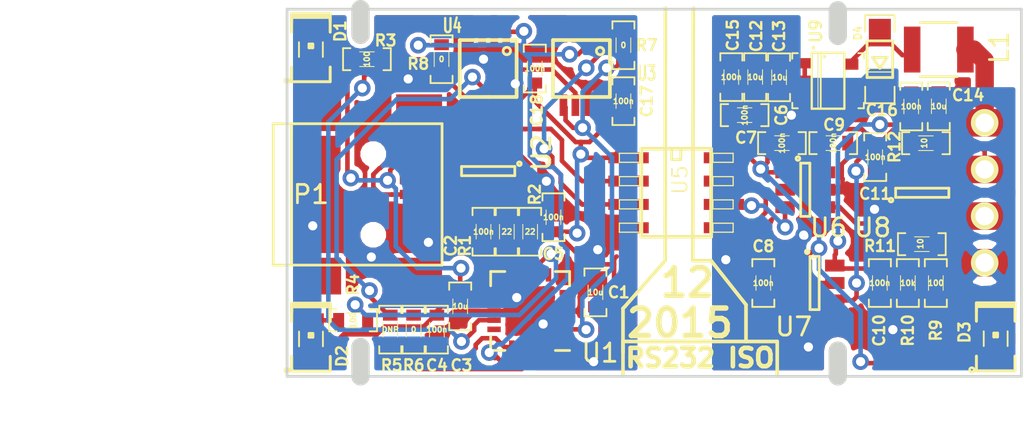
<source format=kicad_pcb>
(kicad_pcb (version 4) (host pcbnew 0.201512231246+6403~40~ubuntu14.04.1-stable)
  (layers (0 F.Cu signal) (31 B.Cu signal) (34 B.Paste user) (35 F.Paste user) (36 B.SilkS user) (37 F.SilkS user) (38 B.Mask user) (39 F.Mask user) (44 Edge.Cuts user))
  (net 0 "")
  (net 1 3V3)
  (net 2 GND)
  (net 3 +5V)
  (net 4 GNDdevice)
  (net 5 Vdevice)
  (net 6 Vout)
  (net 7 "Net-(D1-Pad1)")
  (net 8 "Net-(D2-Pad1)")
  (net 9 "Net-(D3-Pad1)")
  (net 10 "Net-(D4-Pad2)")
  (net 11 "Net-(P1-Pad2)")
  (net 12 "Net-(P1-Pad3)")
  (net 13 TXdevice)
  (net 14 "Net-(P2-Pad3)")
  (net 15 "Net-(R1-Pad1)")
  (net 16 USBD-)
  (net 17 "Net-(R2-Pad1)")
  (net 18 USBD+)
  (net 19 RXLED)
  (net 20 TXLED)
  (net 21 DIR)
  (net 22 "Net-(R5-Pad2)")
  (net 23 "Net-(R6-Pad2)")
  (net 24 "Net-(R7-Pad1)")
  (net 25 "Net-(R7-Pad2)")
  (net 26 "Net-(R8-Pad1)")
  (net 27 RXdevice)
  (net 28 "Net-(U1-Pad2)")
  (net 29 "Net-(U1-Pad4)")
  (net 30 "Net-(U1-Pad5)")
  (net 31 "Net-(U1-Pad6)")
  (net 32 "Net-(U1-Pad15)")
  (net 33 "Net-(U1-Pad19)")
  (net 34 "Net-(U3-Pad3)")
  (net 35 "Net-(U4-Pad3)")
  (net 36 "Net-(U5-Pad6)")
  (net 37 "Net-(U5-Pad7)")
  (net 38 "Net-(U6-Pad4)")
  (net 39 "Net-(U7-Pad4)")
  (net 40 "Net-(U9-Pad3)")
  (net 41 TXFTDI)
  (net 42 "Net-(P2-Pad2)")
  (module ics:ssop-8 (layer F.Cu) (at 155.956 78.232 180)
    (fp_text reference U4 (at 1.956 2.332 360) (layer F.SilkS) (effects (font (size 0.762 0.508) (thickness 0.127))))
    (fp_text value "DNP(74LVC2G157)" hide)
    (pad 1 smd rect (at -0.98044 1.99898 180) (size 0.4191 1.1684) (layers F.Cu F.Paste F.Mask) (net 41 TXFTDI))
    (pad 2 smd rect (at -0.3302 1.99898 180) (size 0.4191 1.1684) (layers F.Cu F.Paste F.Mask) (net 2 GND))
    (pad 3 smd rect (at 0.3302 1.99898 180) (size 0.4191 1.1684) (layers F.Cu F.Paste F.Mask) (net 35 "Net-(U4-Pad3)"))
    (pad 4 smd rect (at 0.98044 1.99898 180) (size 0.4191 1.1684) (layers F.Cu F.Paste F.Mask) (net 2 GND))
    (pad 5 smd rect (at 0.98044 -1.99898 180) (size 0.4191 1.1684) (layers F.Cu F.Paste F.Mask) (net 26 "Net-(R8-Pad1)"))
    (pad 6 smd rect (at 0.3302 -1.99898 180) (size 0.4191 1.1684) (layers F.Cu F.Paste F.Mask) (net 21 DIR))
    (pad 7 smd rect (at -0.3302 -1.99898 180) (size 0.4191 1.1684) (layers F.Cu F.Paste F.Mask) (net 2 GND))
    (pad 8 smd rect (at -0.98044 -1.99898 180) (size 0.4191 1.1684) (layers F.Cu F.Paste F.Mask) (net 1 3V3))
  )
  (module rescap_sync:SMD-R-0603 (layer F.Cu) (at 179.578 87.8 180)
    (fp_text reference R11 (at 2.278 -0.1 360) (layer F.SilkS) (effects (font (size 0.59944 0.59944) (thickness 0.13))))
    (fp_text value 10 (at 0.078 0.022 270) (layer F.SilkS) (effects (font (size 0.29972 0.29972) (thickness 0.07493))))
    (pad 1 smd rect (at -0.78994 0 180) (size 0.59944 0.79756) (layers F.Cu F.Paste F.Mask) (net 14 "Net-(P2-Pad3)"))
    (pad 2 smd rect (at 0.78994 0 180) (size 0.59944 0.79756) (layers F.Cu F.Paste F.Mask) (net 27 RXdevice))
  )
  (module rescap_sync:SMD-C-0603 (layer F.Cu) (at 161.798 90.424 90)
    (fp_text reference C1 (at 0 1.27 180) (layer F.SilkS) (effects (font (size 0.59944 0.59944) (thickness 0.13))))
    (fp_text value 10u (at 0 0 180) (layer F.SilkS) (effects (font (size 0.29972 0.29972) (thickness 0.07493))))
    (pad 1 smd rect (at -0.78994 0 90) (size 0.59944 0.79756) (layers F.Cu F.Paste F.Mask) (net 1 3V3))
    (pad 2 smd rect (at 0.78994 0 90) (size 0.59944 0.79756) (layers F.Cu F.Paste F.Mask) (net 2 GND))
  )
  (module rescap_sync:SMD-C-0603 (layer F.Cu) (at 155.702 87.122 90)
    (fp_text reference C2 (at -0.762 -1.778 270) (layer F.SilkS) (effects (font (size 0.59944 0.59944) (thickness 0.13))))
    (fp_text value 100n (at 0 0 180) (layer F.SilkS) (effects (font (size 0.29972 0.29972) (thickness 0.07493))))
    (pad 1 smd rect (at -0.78994 0 90) (size 0.59944 0.79756) (layers F.Cu F.Paste F.Mask) (net 1 3V3))
    (pad 2 smd rect (at 0.78994 0 90) (size 0.59944 0.79756) (layers F.Cu F.Paste F.Mask) (net 2 GND))
  )
  (module rescap_sync:SMD-C-0603 (layer F.Cu) (at 154.432 91.186 270)
    (fp_text reference C3 (at 3.214 -0.068 360) (layer F.SilkS) (effects (font (size 0.59944 0.59944) (thickness 0.13))))
    (fp_text value 10u (at 0 0 360) (layer F.SilkS) (effects (font (size 0.29972 0.29972) (thickness 0.07493))))
    (pad 1 smd rect (at -0.78994 0 270) (size 0.59944 0.79756) (layers F.Cu F.Paste F.Mask) (net 3 +5V))
    (pad 2 smd rect (at 0.78994 0 270) (size 0.59944 0.79756) (layers F.Cu F.Paste F.Mask) (net 2 GND))
  )
  (module rescap_sync:SMD-C-0603 (layer F.Cu) (at 153.162 92.456 270)
    (fp_text reference C4 (at 1.944 0 360) (layer F.SilkS) (effects (font (size 0.59944 0.59944) (thickness 0.13))))
    (fp_text value 100n (at 0 0 360) (layer F.SilkS) (effects (font (size 0.29972 0.29972) (thickness 0.07493))))
    (pad 1 smd rect (at -0.78994 0 270) (size 0.59944 0.79756) (layers F.Cu F.Paste F.Mask) (net 3 +5V))
    (pad 2 smd rect (at 0.78994 0 270) (size 0.59944 0.79756) (layers F.Cu F.Paste F.Mask) (net 2 GND))
  )
  (module rescap_sync:SMD-C-0603 (layer F.Cu) (at 159.512 86.33206 90)
    (fp_text reference C5 (at -2 0 180) (layer F.SilkS) (effects (font (size 0.59944 0.59944) (thickness 0.13))))
    (fp_text value 100n (at 0 0 180) (layer F.SilkS) (effects (font (size 0.29972 0.29972) (thickness 0.07493))))
    (pad 1 smd rect (at -0.78994 0 90) (size 0.59944 0.79756) (layers F.Cu F.Paste F.Mask) (net 1 3V3))
    (pad 2 smd rect (at 0.78994 0 90) (size 0.59944 0.79756) (layers F.Cu F.Paste F.Mask) (net 2 GND))
  )
  (module rescap_sync:SMD-C-0603 (layer F.Cu) (at 169.926 80.772 180)
    (fp_text reference C6 (at -2 0 270) (layer F.SilkS) (effects (font (size 0.59944 0.59944) (thickness 0.13))))
    (fp_text value 100n (at 0 0 270) (layer F.SilkS) (effects (font (size 0.29972 0.29972) (thickness 0.07493))))
    (pad 1 smd rect (at -0.78994 0 180) (size 0.59944 0.79756) (layers F.Cu F.Paste F.Mask) (net 4 GNDdevice))
    (pad 2 smd rect (at 0.78994 0 180) (size 0.59944 0.79756) (layers F.Cu F.Paste F.Mask) (net 6 Vout))
  )
  (module rescap_sync:SMD-C-0603 (layer F.Cu) (at 171.958 82.296)
    (fp_text reference C7 (at -1.958 -0.296 180) (layer F.SilkS) (effects (font (size 0.59944 0.59944) (thickness 0.13))))
    (fp_text value 100n (at 0 0 90) (layer F.SilkS) (effects (font (size 0.29972 0.29972) (thickness 0.07493))))
    (pad 1 smd rect (at -0.78994 0) (size 0.59944 0.79756) (layers F.Cu F.Paste F.Mask) (net 6 Vout))
    (pad 2 smd rect (at 0.78994 0) (size 0.59944 0.79756) (layers F.Cu F.Paste F.Mask) (net 4 GNDdevice))
  )
  (module rescap_sync:SMD-C-0603 (layer F.Cu) (at 170.942 89.916 270)
    (fp_text reference C8 (at -2 0 360) (layer F.SilkS) (effects (font (size 0.59944 0.59944) (thickness 0.13))))
    (fp_text value 100n (at 0 0 360) (layer F.SilkS) (effects (font (size 0.29972 0.29972) (thickness 0.07493))))
    (pad 1 smd rect (at -0.78994 0 270) (size 0.59944 0.79756) (layers F.Cu F.Paste F.Mask) (net 6 Vout))
    (pad 2 smd rect (at 0.78994 0 270) (size 0.59944 0.79756) (layers F.Cu F.Paste F.Mask) (net 4 GNDdevice))
  )
  (module rescap_sync:SMD-C-0603 (layer F.Cu) (at 174.752 82.296)
    (fp_text reference C9 (at 0.048 -0.996 180) (layer F.SilkS) (effects (font (size 0.59944 0.59944) (thickness 0.13))))
    (fp_text value 100n (at 0 0 90) (layer F.SilkS) (effects (font (size 0.29972 0.29972) (thickness 0.07493))))
    (pad 1 smd rect (at -0.78994 0) (size 0.59944 0.79756) (layers F.Cu F.Paste F.Mask) (net 5 Vdevice))
    (pad 2 smd rect (at 0.78994 0) (size 0.59944 0.79756) (layers F.Cu F.Paste F.Mask) (net 4 GNDdevice))
  )
  (module rescap_sync:SMD-C-0603 (layer F.Cu) (at 177.292 89.916 270)
    (fp_text reference C10 (at 2.584 0.042 450) (layer F.SilkS) (effects (font (size 0.59944 0.59944) (thickness 0.13))))
    (fp_text value 100n (at 0 0 360) (layer F.SilkS) (effects (font (size 0.29972 0.29972) (thickness 0.07493))))
    (pad 1 smd rect (at -0.78994 0 270) (size 0.59944 0.79756) (layers F.Cu F.Paste F.Mask) (net 5 Vdevice))
    (pad 2 smd rect (at 0.78994 0 270) (size 0.59944 0.79756) (layers F.Cu F.Paste F.Mask) (net 4 GNDdevice))
  )
  (module rescap_sync:SMD-C-0603 (layer F.Cu) (at 177.038 83.058 90)
    (fp_text reference C11 (at -2 0 180) (layer F.SilkS) (effects (font (size 0.59944 0.59944) (thickness 0.13))))
    (fp_text value 100n (at 0 0 180) (layer F.SilkS) (effects (font (size 0.29972 0.29972) (thickness 0.07493))))
    (pad 1 smd rect (at -0.78994 0 90) (size 0.59944 0.79756) (layers F.Cu F.Paste F.Mask) (net 4 GNDdevice))
    (pad 2 smd rect (at 0.78994 0 90) (size 0.59944 0.79756) (layers F.Cu F.Paste F.Mask) (net 5 Vdevice))
  )
  (module rescap_sync:SMD-C-0603 (layer F.Cu) (at 170.5 78.7 270)
    (fp_text reference C12 (at -2.24 -0.058 450) (layer F.SilkS) (effects (font (size 0.59944 0.59944) (thickness 0.13))))
    (fp_text value 10u (at 0 0 360) (layer F.SilkS) (effects (font (size 0.29972 0.29972) (thickness 0.07493))))
    (pad 1 smd rect (at -0.78994 0 270) (size 0.59944 0.79756) (layers F.Cu F.Paste F.Mask) (net 6 Vout))
    (pad 2 smd rect (at 0.78994 0 270) (size 0.59944 0.79756) (layers F.Cu F.Paste F.Mask) (net 4 GNDdevice))
  )
  (module rescap_sync:SMD-C-0603 (layer F.Cu) (at 171.8 78.71006 270)
    (fp_text reference C13 (at -2.24 0 450) (layer F.SilkS) (effects (font (size 0.59944 0.59944) (thickness 0.13))))
    (fp_text value 10u (at 0.01 -0.038 360) (layer F.SilkS) (effects (font (size 0.29972 0.29972) (thickness 0.07493))))
    (pad 1 smd rect (at -0.78994 0 270) (size 0.59944 0.79756) (layers F.Cu F.Paste F.Mask) (net 6 Vout))
    (pad 2 smd rect (at 0.78994 0 270) (size 0.59944 0.79756) (layers F.Cu F.Paste F.Mask) (net 4 GNDdevice))
  )
  (module rescap_sync:SMD-C-0603 (layer F.Cu) (at 180.5 80.28994 90)
    (fp_text reference C14 (at 0.6 1.6 180) (layer F.SilkS) (effects (font (size 0.59944 0.59944) (thickness 0.13))))
    (fp_text value 10u (at 0 0 180) (layer F.SilkS) (effects (font (size 0.29972 0.29972) (thickness 0.07493))))
    (pad 1 smd rect (at -0.78994 0 90) (size 0.59944 0.79756) (layers F.Cu F.Paste F.Mask) (net 5 Vdevice))
    (pad 2 smd rect (at 0.78994 0 90) (size 0.59944 0.79756) (layers F.Cu F.Paste F.Mask) (net 4 GNDdevice))
  )
  (module rescap_sync:SMD-C-0603 (layer F.Cu) (at 169.2 78.7 270)
    (fp_text reference C15 (at -2.286 -0.078 450) (layer F.SilkS) (effects (font (size 0.59944 0.59944) (thickness 0.13))))
    (fp_text value 100n (at 0 0 360) (layer F.SilkS) (effects (font (size 0.29972 0.29972) (thickness 0.07493))))
    (pad 1 smd rect (at -0.78994 0 270) (size 0.59944 0.79756) (layers F.Cu F.Paste F.Mask) (net 6 Vout))
    (pad 2 smd rect (at 0.78994 0 270) (size 0.59944 0.79756) (layers F.Cu F.Paste F.Mask) (net 4 GNDdevice))
  )
  (module rescap_sync:SMD-C-0603 (layer F.Cu) (at 179 80.3 90)
    (fp_text reference C16 (at -0.2 -1.6 180) (layer F.SilkS) (effects (font (size 0.59944 0.59944) (thickness 0.13))))
    (fp_text value 100n (at 0 0 180) (layer F.SilkS) (effects (font (size 0.29972 0.29972) (thickness 0.07493))))
    (pad 1 smd rect (at -0.78994 0 90) (size 0.59944 0.79756) (layers F.Cu F.Paste F.Mask) (net 5 Vdevice))
    (pad 2 smd rect (at 0.78994 0 90) (size 0.59944 0.79756) (layers F.Cu F.Paste F.Mask) (net 4 GNDdevice))
  )
  (module Resistors_SMD:R_1210 (layer F.Cu) (at 180.5 77.2 180)
    (fp_text reference L1 (at -3.3 0.1 270) (layer F.SilkS))
    (fp_text value 47u hide)
    (pad 1 smd rect (at -1.45 0 180) (size 0.9 2.5) (layers F.Cu F.Paste F.Mask) (net 5 Vdevice))
    (pad 2 smd rect (at 1.45 0 180) (size 0.9 2.5) (layers F.Cu F.Paste F.Mask) (net 10 "Net-(D4-Pad2)"))
  )
  (module Connect:USB_Mini-B (layer F.Cu) (at 148.844 85.09)
    (fp_text reference P1 (at -2.54 0) (layer F.SilkS))
    (fp_text value EDAC-690-005-299-143 hide)
    (pad 1 smd rect (at 3.44932 -1.6002) (size 2.30124 0.50038) (layers F.Cu F.Paste F.Mask) (net 3 +5V))
    (pad 2 smd rect (at 3.44932 -0.8001) (size 2.30124 0.50038) (layers F.Cu F.Paste F.Mask) (net 11 "Net-(P1-Pad2)"))
    (pad 3 smd rect (at 3.44932 0) (size 2.30124 0.50038) (layers F.Cu F.Paste F.Mask) (net 12 "Net-(P1-Pad3)"))
    (pad 4 smd rect (at 3.44932 0.8001) (size 2.30124 0.50038) (layers F.Cu F.Paste F.Mask) (net 2 GND))
    (pad 5 smd rect (at 3.44932 1.6002) (size 2.30124 0.50038) (layers F.Cu F.Paste F.Mask) (net 2 GND))
    (pad 6 smd rect (at 3.35026 -4.45008) (size 2.49936 1.99898) (layers F.Cu F.Paste F.Mask))
    (pad 6 smd rect (at -2.14884 -4.45008) (size 2.49936 1.99898) (layers F.Cu F.Paste F.Mask))
    (pad 6 smd rect (at 3.35026 4.45008) (size 2.49936 1.99898) (layers F.Cu F.Paste F.Mask))
    (pad 6 smd rect (at -2.14884 4.45008) (size 2.49936 1.99898) (layers F.Cu F.Paste F.Mask))
    (pad "" np_thru_hole circle (at 0.8509 -2.19964) (size 0.89916 0.89916) (drill 0.89916) (layers *.Cu *.Mask F.SilkS))
    (pad "" np_thru_hole circle (at 0.8509 2.19964) (size 0.89916 0.89916) (drill 0.89916) (layers *.Cu *.Mask F.SilkS))
  )
  (module msp430isp:ISP_MSP430_2.54 (layer F.Cu) (at 183 85)
    (fp_text reference P2 hide)
    (fp_text value CONN_01X04 hide)
    (pad 4 smd rect (at 0 3.81) (size 2.99974 1.50114) (layers F.Cu F.Mask) (net 4 GNDdevice))
    (pad 1 smd rect (at 0 -3.81) (size 2.99974 1.50114) (layers F.Cu F.Mask) (net 5 Vdevice))
    (pad 2 smd rect (at 0 -1.27) (size 2.99974 1.50114) (layers F.Cu F.Mask) (net 42 "Net-(P2-Pad2)"))
    (pad 3 smd rect (at 0 1.27) (size 2.99974 1.50114) (layers F.Cu F.Mask) (net 14 "Net-(P2-Pad3)"))
    (pad 1 thru_hole circle (at 0 -3.81) (size 1.50114 1.50114) (drill 1.00076) (layers *.Cu *.Mask F.SilkS) (net 5 Vdevice))
    (pad 2 thru_hole circle (at 0 -1.27) (size 1.50114 1.50114) (drill 1.00076) (layers *.Cu *.Mask F.SilkS) (net 42 "Net-(P2-Pad2)"))
    (pad 3 thru_hole circle (at 0 1.27) (size 1.50114 1.50114) (drill 1.00076) (layers *.Cu *.Mask F.SilkS) (net 14 "Net-(P2-Pad3)"))
    (pad 4 thru_hole circle (at 0 3.81) (size 1.50114 1.50114) (drill 1.00076) (layers *.Cu *.Mask F.SilkS) (net 4 GNDdevice))
  )
  (module rescap_sync:SMD-R-0603 (layer F.Cu) (at 156.972 87.122 90)
    (fp_text reference R1 (at -0.762 -2.286 270) (layer F.SilkS) (effects (font (size 0.59944 0.59944) (thickness 0.13))))
    (fp_text value 22 (at 0 0 180) (layer F.SilkS) (effects (font (size 0.29972 0.29972) (thickness 0.07493))))
    (pad 1 smd rect (at -0.78994 0 90) (size 0.59944 0.79756) (layers F.Cu F.Paste F.Mask) (net 15 "Net-(R1-Pad1)"))
    (pad 2 smd rect (at 0.78994 0 90) (size 0.59944 0.79756) (layers F.Cu F.Paste F.Mask) (net 16 USBD-))
  )
  (module rescap_sync:SMD-R-0603 (layer F.Cu) (at 158.242 87.122 90)
    (fp_text reference R2 (at 2.032 0.254 270) (layer F.SilkS) (effects (font (size 0.59944 0.59944) (thickness 0.13))))
    (fp_text value 22 (at 0 0 180) (layer F.SilkS) (effects (font (size 0.29972 0.29972) (thickness 0.07493))))
    (pad 1 smd rect (at -0.78994 0 90) (size 0.59944 0.79756) (layers F.Cu F.Paste F.Mask) (net 17 "Net-(R2-Pad1)"))
    (pad 2 smd rect (at 0.78994 0 90) (size 0.59944 0.79756) (layers F.Cu F.Paste F.Mask) (net 18 USBD+))
  )
  (module rescap_sync:SMD-R-0603 (layer F.Cu) (at 149.352 77.724)
    (fp_text reference R3 (at 1.016 -1.016 180) (layer F.SilkS) (effects (font (size 0.59944 0.59944) (thickness 0.13))))
    (fp_text value 100 (at 0 0 90) (layer F.SilkS) (effects (font (size 0.29972 0.29972) (thickness 0.07493))))
    (pad 1 smd rect (at -0.78994 0) (size 0.59944 0.79756) (layers F.Cu F.Paste F.Mask) (net 7 "Net-(D1-Pad1)"))
    (pad 2 smd rect (at 0.78994 0) (size 0.59944 0.79756) (layers F.Cu F.Paste F.Mask) (net 19 RXLED))
  )
  (module rescap_sync:SMD-R-0603 (layer F.Cu) (at 148.6 91.948)
    (fp_text reference R4 (at 0 -1.948 270) (layer F.SilkS) (effects (font (size 0.59944 0.59944) (thickness 0.13))))
    (fp_text value 100 (at 0 0 90) (layer F.SilkS) (effects (font (size 0.29972 0.29972) (thickness 0.07493))))
    (pad 1 smd rect (at -0.78994 0) (size 0.59944 0.79756) (layers F.Cu F.Paste F.Mask) (net 8 "Net-(D2-Pad1)"))
    (pad 2 smd rect (at 0.78994 0) (size 0.59944 0.79756) (layers F.Cu F.Paste F.Mask) (net 20 TXLED))
  )
  (module rescap_sync:SMD-R-0603 (layer F.Cu) (at 150.622 92.456 270)
    (fp_text reference R5 (at 1.944 -0.078 360) (layer F.SilkS) (effects (font (size 0.59944 0.59944) (thickness 0.13))))
    (fp_text value DNP (at 0 0 360) (layer F.SilkS) (effects (font (size 0.29972 0.29972) (thickness 0.07493))))
    (pad 1 smd rect (at -0.78994 0 270) (size 0.59944 0.79756) (layers F.Cu F.Paste F.Mask) (net 21 DIR))
    (pad 2 smd rect (at 0.78994 0 270) (size 0.59944 0.79756) (layers F.Cu F.Paste F.Mask) (net 22 "Net-(R5-Pad2)"))
  )
  (module rescap_sync:SMD-R-0603 (layer F.Cu) (at 151.892 92.456 270)
    (fp_text reference R6 (at 1.944 -0.008 360) (layer F.SilkS) (effects (font (size 0.59944 0.59944) (thickness 0.13))))
    (fp_text value 0 (at 0 0 360) (layer F.SilkS) (effects (font (size 0.29972 0.29972) (thickness 0.07493))))
    (pad 1 smd rect (at -0.78994 0 270) (size 0.59944 0.79756) (layers F.Cu F.Paste F.Mask) (net 21 DIR))
    (pad 2 smd rect (at 0.78994 0 270) (size 0.59944 0.79756) (layers F.Cu F.Paste F.Mask) (net 23 "Net-(R6-Pad2)"))
  )
  (module rescap_sync:SMD-R-0603 (layer F.Cu) (at 163.322 76.962 270)
    (fp_text reference R7 (at 0 -1.27 360) (layer F.SilkS) (effects (font (size 0.59944 0.59944) (thickness 0.13))))
    (fp_text value 0 (at 0 0 360) (layer F.SilkS) (effects (font (size 0.29972 0.29972) (thickness 0.07493))))
    (pad 1 smd rect (at -0.78994 0 270) (size 0.59944 0.79756) (layers F.Cu F.Paste F.Mask) (net 24 "Net-(R7-Pad1)"))
    (pad 2 smd rect (at 0.78994 0 270) (size 0.59944 0.79756) (layers F.Cu F.Paste F.Mask) (net 25 "Net-(R7-Pad2)"))
  )
  (module rescap_sync:SMD-R-0603 (layer F.Cu) (at 153.416 77.724 90)
    (fp_text reference R8 (at -0.254 -1.27 180) (layer F.SilkS) (effects (font (size 0.59944 0.59944) (thickness 0.13))))
    (fp_text value 0 (at 0 0 180) (layer F.SilkS) (effects (font (size 0.29972 0.29972) (thickness 0.07493))))
    (pad 1 smd rect (at -0.78994 0 90) (size 0.59944 0.79756) (layers F.Cu F.Paste F.Mask) (net 26 "Net-(R8-Pad1)"))
    (pad 2 smd rect (at 0.78994 0 90) (size 0.59944 0.79756) (layers F.Cu F.Paste F.Mask) (net 41 TXFTDI))
  )
  (module rescap_sync:SMD-R-0603 (layer F.Cu) (at 180.34 89.916 90)
    (fp_text reference R9 (at -2.584 0 270) (layer F.SilkS) (effects (font (size 0.59944 0.59944) (thickness 0.13))))
    (fp_text value 100 (at 0 0 180) (layer F.SilkS) (effects (font (size 0.29972 0.29972) (thickness 0.07493))))
    (pad 1 smd rect (at -0.78994 0 90) (size 0.59944 0.79756) (layers F.Cu F.Paste F.Mask) (net 9 "Net-(D3-Pad1)"))
    (pad 2 smd rect (at 0.78994 0 90) (size 0.59944 0.79756) (layers F.Cu F.Paste F.Mask) (net 4 GNDdevice))
  )
  (module rescap_sync:SMD-R-0603 (layer F.Cu) (at 178.816 89.916 270)
    (fp_text reference R10 (at 2.584 0 450) (layer F.SilkS) (effects (font (size 0.59944 0.59944) (thickness 0.13))))
    (fp_text value 10k (at 0 0 360) (layer F.SilkS) (effects (font (size 0.29972 0.29972) (thickness 0.07493))))
    (pad 1 smd rect (at -0.78994 0 270) (size 0.59944 0.79756) (layers F.Cu F.Paste F.Mask) (net 27 RXdevice))
    (pad 2 smd rect (at 0.78994 0 270) (size 0.59944 0.79756) (layers F.Cu F.Paste F.Mask) (net 4 GNDdevice))
  )
  (module ics:ssop-8 (layer F.Cu) (at 161.036 78.232 180)
    (fp_text reference U3 (at -3.556 -0.254 360) (layer F.SilkS) (effects (font (size 0.762 0.508) (thickness 0.127))))
    (fp_text value "DNP(74LVC2G157)" hide)
    (pad 1 smd rect (at -0.98044 1.99898 180) (size 0.4191 1.1684) (layers F.Cu F.Paste F.Mask) (net 24 "Net-(R7-Pad1)"))
    (pad 2 smd rect (at -0.3302 1.99898 180) (size 0.4191 1.1684) (layers F.Cu F.Paste F.Mask) (net 41 TXFTDI))
    (pad 3 smd rect (at 0.3302 1.99898 180) (size 0.4191 1.1684) (layers F.Cu F.Paste F.Mask) (net 34 "Net-(U3-Pad3)"))
    (pad 4 smd rect (at 0.98044 1.99898 180) (size 0.4191 1.1684) (layers F.Cu F.Paste F.Mask) (net 2 GND))
    (pad 5 smd rect (at 0.98044 -1.99898 180) (size 0.4191 1.1684) (layers F.Cu F.Paste F.Mask) (net 25 "Net-(R7-Pad2)"))
    (pad 6 smd rect (at 0.3302 -1.99898 180) (size 0.4191 1.1684) (layers F.Cu F.Paste F.Mask) (net 21 DIR))
    (pad 7 smd rect (at -0.3302 -1.99898 180) (size 0.4191 1.1684) (layers F.Cu F.Paste F.Mask) (net 2 GND))
    (pad 8 smd rect (at -0.98044 -1.99898 180) (size 0.4191 1.1684) (layers F.Cu F.Paste F.Mask) (net 1 3V3))
  )
  (module diodestransistors:SOD323-W (layer F.Cu) (at 177.292 77.724 90)
    (fp_text reference D4 (at 1.424 -1.2 90) (layer F.SilkS) (effects (font (size 0.4 0.4) (thickness 0.0889))))
    (fp_text value PMEG3010 hide)
    (pad 2 smd rect (at 1.4478 0 90) (size 1.4986 1.19888) (layers F.Cu F.Paste F.Mask) (net 10 "Net-(D4-Pad2)"))
    (pad 1 smd rect (at -1.4478 0 90) (size 1.4986 1.19888) (layers F.Cu F.Paste F.Mask) (net 6 Vout))
  )
  (module Housings_DFN_QFN:QFN-20-1EP_4x4mm_Pitch0.5mm (layer F.Cu) (at 158.242 91.44 180)
    (fp_text reference U1 (at -3.81 -2.286 180) (layer F.SilkS))
    (fp_text value FT231XQ)
    (pad 1 smd rect (at -1.965 -1 180) (size 0.73 0.3) (layers F.Cu F.Paste F.Mask) (net 25 "Net-(R7-Pad2)"))
    (pad 2 smd rect (at -1.965 -0.5 180) (size 0.73 0.3) (layers F.Cu F.Paste F.Mask) (net 28 "Net-(U1-Pad2)"))
    (pad 3 smd rect (at -1.965 0 180) (size 0.73 0.3) (layers F.Cu F.Paste F.Mask) (net 2 GND))
    (pad 4 smd rect (at -1.965 0.5 180) (size 0.73 0.3) (layers F.Cu F.Paste F.Mask) (net 29 "Net-(U1-Pad4)"))
    (pad 5 smd rect (at -1.965 1 180) (size 0.73 0.3) (layers F.Cu F.Paste F.Mask) (net 30 "Net-(U1-Pad5)"))
    (pad 6 smd rect (at -1 1.965 270) (size 0.73 0.3) (layers F.Cu F.Paste F.Mask) (net 31 "Net-(U1-Pad6)"))
    (pad 7 smd rect (at -0.5 1.965 270) (size 0.73 0.3) (layers F.Cu F.Paste F.Mask) (net 20 TXLED))
    (pad 8 smd rect (at 0 1.965 270) (size 0.73 0.3) (layers F.Cu F.Paste F.Mask) (net 17 "Net-(R2-Pad1)"))
    (pad 9 smd rect (at 0.5 1.965 270) (size 0.73 0.3) (layers F.Cu F.Paste F.Mask) (net 15 "Net-(R1-Pad1)"))
    (pad 10 smd rect (at 1 1.965 270) (size 0.73 0.3) (layers F.Cu F.Paste F.Mask) (net 1 3V3))
    (pad 11 smd rect (at 1.965 1 180) (size 0.73 0.3) (layers F.Cu F.Paste F.Mask) (net 1 3V3))
    (pad 12 smd rect (at 1.965 0.5 180) (size 0.73 0.3) (layers F.Cu F.Paste F.Mask) (net 3 +5V))
    (pad 13 smd rect (at 1.965 0 180) (size 0.73 0.3) (layers F.Cu F.Paste F.Mask) (net 2 GND))
    (pad 14 smd rect (at 1.965 -0.5 180) (size 0.73 0.3) (layers F.Cu F.Paste F.Mask) (net 19 RXLED))
    (pad 15 smd rect (at 1.965 -1 180) (size 0.73 0.3) (layers F.Cu F.Paste F.Mask) (net 32 "Net-(U1-Pad15)"))
    (pad 16 smd rect (at 1 -1.965 270) (size 0.73 0.3) (layers F.Cu F.Paste F.Mask) (net 23 "Net-(R6-Pad2)"))
    (pad 17 smd rect (at 0.5 -1.965 270) (size 0.73 0.3) (layers F.Cu F.Paste F.Mask) (net 41 TXFTDI))
    (pad 18 smd rect (at 0 -1.965 270) (size 0.73 0.3) (layers F.Cu F.Paste F.Mask) (net 22 "Net-(R5-Pad2)"))
    (pad 19 smd rect (at -0.5 -1.965 270) (size 0.73 0.3) (layers F.Cu F.Paste F.Mask) (net 33 "Net-(U1-Pad19)"))
    (pad 20 smd rect (at -1 -1.965 270) (size 0.73 0.3) (layers F.Cu F.Paste F.Mask) (net 1 3V3))
    (pad 21 smd rect (at 0.625 0.625 180) (size 1.25 1.25) (layers F.Cu F.Paste F.Mask) (net 2 GND))
    (pad 21 smd rect (at 0.625 -0.625 180) (size 1.25 1.25) (layers F.Cu F.Paste F.Mask) (net 2 GND))
    (pad 21 smd rect (at -0.625 0.625 180) (size 1.25 1.25) (layers F.Cu F.Paste F.Mask) (net 2 GND))
    (pad 21 smd rect (at -0.625 -0.625 180) (size 1.25 1.25) (layers F.Cu F.Paste F.Mask) (net 2 GND))
  )
  (module TO_SOT_Packages_SMD:SOT-23-6 (layer F.Cu) (at 155.956 83.82 270)
    (fp_text reference U2 (at -1.016 -2.9 270) (layer F.SilkS))
    (fp_text value TPD2S017 hide)
    (pad 1 smd rect (at -1.1 -0.95 270) (size 1.06 0.65) (layers F.Cu F.Paste F.Mask) (net 18 USBD+))
    (pad 2 smd rect (at -1.1 0 270) (size 1.06 0.65) (layers F.Cu F.Paste F.Mask) (net 2 GND))
    (pad 3 smd rect (at -1.1 0.95 270) (size 1.06 0.65) (layers F.Cu F.Paste F.Mask) (net 12 "Net-(P1-Pad3)"))
    (pad 4 smd rect (at 1.1 0.95 270) (size 1.06 0.65) (layers F.Cu F.Paste F.Mask) (net 11 "Net-(P1-Pad2)"))
    (pad 6 smd rect (at 1.1 -0.95 270) (size 1.06 0.65) (layers F.Cu F.Paste F.Mask) (net 16 USBD-))
    (pad 5 smd rect (at 1.1 0 270) (size 1.06 0.65) (layers F.Cu F.Paste F.Mask) (net 3 +5V))
  )
  (module TO_SOT_Packages_SMD:SOT-23-6 (layer F.Cu) (at 173.736 89.916)
    (fp_text reference U7 (at -1.136 2.384) (layer F.SilkS))
    (fp_text value SN74LVC1T45DBV hide)
    (pad 1 smd rect (at -1.1 -0.95) (size 1.06 0.65) (layers F.Cu F.Paste F.Mask) (net 6 Vout))
    (pad 2 smd rect (at -1.1 0) (size 1.06 0.65) (layers F.Cu F.Paste F.Mask) (net 4 GNDdevice))
    (pad 3 smd rect (at -1.1 0.95) (size 1.06 0.65) (layers F.Cu F.Paste F.Mask) (net 37 "Net-(U5-Pad7)"))
    (pad 4 smd rect (at 1.1 0.95) (size 1.06 0.65) (layers F.Cu F.Paste F.Mask) (net 39 "Net-(U7-Pad4)"))
    (pad 6 smd rect (at 1.1 -0.95) (size 1.06 0.65) (layers F.Cu F.Paste F.Mask) (net 5 Vdevice))
    (pad 5 smd rect (at 1.1 0) (size 1.06 0.65) (layers F.Cu F.Paste F.Mask) (net 6 Vout))
  )
  (module TO_SOT_Packages_SMD:SOT-23-6 (layer F.Cu) (at 179.6 85 90)
    (fp_text reference U8 (at -1.9 -2.7 180) (layer F.SilkS))
    (fp_text value TPD2S017)
    (pad 1 smd rect (at -1.1 -0.95 90) (size 1.06 0.65) (layers F.Cu F.Paste F.Mask) (net 38 "Net-(U6-Pad4)"))
    (pad 2 smd rect (at -1.1 0 90) (size 1.06 0.65) (layers F.Cu F.Paste F.Mask) (net 4 GNDdevice))
    (pad 3 smd rect (at -1.1 0.95 90) (size 1.06 0.65) (layers F.Cu F.Paste F.Mask) (net 27 RXdevice))
    (pad 4 smd rect (at 1.1 0.95 90) (size 1.06 0.65) (layers F.Cu F.Paste F.Mask) (net 13 TXdevice))
    (pad 6 smd rect (at 1.1 -0.95 90) (size 1.06 0.65) (layers F.Cu F.Paste F.Mask) (net 39 "Net-(U7-Pad4)"))
    (pad 5 smd rect (at 1.1 0 90) (size 1.06 0.65) (layers F.Cu F.Paste F.Mask) (net 5 Vdevice))
  )
  (module diodestransistors:SOT23-5 (layer F.Cu) (at 174.47 78.8975 270)
    (fp_text reference U9 (at -2.6975 0.67 270) (layer F.SilkS) (effects (font (size 0.635 0.635) (thickness 0.127))))
    (fp_text value NCP1402SN50T1G hide)
    (pad 1 smd rect (at -0.9525 1.27 270) (size 0.558 0.762) (layers F.Cu F.Paste F.Mask) (net 6 Vout))
    (pad 3 smd rect (at 0.9525 1.27 270) (size 0.558 0.762) (layers F.Cu F.Paste F.Mask) (net 40 "Net-(U9-Pad3)"))
    (pad 5 smd rect (at -0.9025 -1.27 270) (size 0.608 0.762) (layers F.Cu F.Paste F.Mask) (net 10 "Net-(D4-Pad2)"))
    (pad 2 smd rect (at 0 1.27 270) (size 0.558 0.762) (layers F.Cu F.Paste F.Mask) (net 6 Vout))
    (pad 4 smd rect (at 0.9025 -1.27 270) (size 0.6 0.762) (layers F.Cu F.Paste F.Mask) (net 4 GNDdevice))
  )
  (module TO_SOT_Packages_SMD:SOT-23-6 (layer F.Cu) (at 173.228 84.836)
    (fp_text reference U6 (at 1.272 2.064) (layer F.SilkS))
    (fp_text value SN74LVC1T45DBV hide)
    (pad 1 smd rect (at -1.1 -0.95) (size 1.06 0.65) (layers F.Cu F.Paste F.Mask) (net 6 Vout))
    (pad 2 smd rect (at -1.1 0) (size 1.06 0.65) (layers F.Cu F.Paste F.Mask) (net 4 GNDdevice))
    (pad 3 smd rect (at -1.1 0.95) (size 1.06 0.65) (layers F.Cu F.Paste F.Mask) (net 36 "Net-(U5-Pad6)"))
    (pad 4 smd rect (at 1.1 0.95) (size 1.06 0.65) (layers F.Cu F.Paste F.Mask) (net 38 "Net-(U6-Pad4)"))
    (pad 6 smd rect (at 1.1 -0.95) (size 1.06 0.65) (layers F.Cu F.Paste F.Mask) (net 5 Vdevice))
    (pad 5 smd rect (at 1.1 0) (size 1.06 0.65) (layers F.Cu F.Paste F.Mask) (net 4 GNDdevice))
  )
  (module rescap_sync:SMD-C-0603 (layer F.Cu) (at 163.322 80.01 270)
    (fp_text reference C17 (at 0 -1.27 450) (layer F.SilkS) (effects (font (size 0.59944 0.59944) (thickness 0.13))))
    (fp_text value 100n (at 0 0 360) (layer F.SilkS) (effects (font (size 0.29972 0.29972) (thickness 0.07493))))
    (pad 1 smd rect (at -0.78994 0 270) (size 0.59944 0.79756) (layers F.Cu F.Paste F.Mask) (net 2 GND))
    (pad 2 smd rect (at 0.78994 0 270) (size 0.59944 0.79756) (layers F.Cu F.Paste F.Mask) (net 1 3V3))
  )
  (module rescap_sync:SMD-C-0603 (layer F.Cu) (at 158.496 78.232 270)
    (fp_text reference C18 (at 2.268 -0.104 450) (layer F.SilkS) (effects (font (size 0.59944 0.59944) (thickness 0.13))))
    (fp_text value 100n (at 0 0 360) (layer F.SilkS) (effects (font (size 0.29972 0.29972) (thickness 0.07493))))
    (pad 1 smd rect (at -0.78994 0 270) (size 0.59944 0.79756) (layers F.Cu F.Paste F.Mask) (net 2 GND))
    (pad 2 smd rect (at 0.78994 0 270) (size 0.59944 0.79756) (layers F.Cu F.Paste F.Mask) (net 1 3V3))
  )
  (module pwrled:LED0805 (layer F.Cu) (at 146.3 77.2 90)
    (fp_text reference D1 (at 1 1.6 270) (layer F.SilkS) (effects (font (size 0.6 0.6) (thickness 0.13))))
    (fp_text value LED hide)
    (pad 2 smd rect (at -0.9525 0 90) (size 0.889 1.397) (layers F.Cu F.Paste F.Mask) (net 3 +5V))
    (pad 1 smd rect (at 0.9525 0 90) (size 0.889 1.397) (layers F.Cu F.Paste F.Mask) (net 7 "Net-(D1-Pad1)"))
  )
  (module pwrled:LED0805 (layer F.Cu) (at 146.304 92.964 90)
    (fp_text reference D2 (at -0.936 1.696 270) (layer F.SilkS) (effects (font (size 0.6 0.6) (thickness 0.13))))
    (fp_text value LED hide)
    (pad 2 smd rect (at -0.9525 0 90) (size 0.889 1.397) (layers F.Cu F.Paste F.Mask) (net 3 +5V))
    (pad 1 smd rect (at 0.9525 0 90) (size 0.889 1.397) (layers F.Cu F.Paste F.Mask) (net 8 "Net-(D2-Pad1)"))
  )
  (module pwrled:LED0805 (layer F.Cu) (at 183.6 92.9475 90)
    (fp_text reference D3 (at 0.3475 -1.7 270) (layer F.SilkS) (effects (font (size 0.6 0.6) (thickness 0.13))))
    (fp_text value LED hide)
    (pad 2 smd rect (at -0.9525 0 90) (size 0.889 1.397) (layers F.Cu F.Paste F.Mask) (net 6 Vout))
    (pad 1 smd rect (at 0.9525 0 90) (size 0.889 1.397) (layers F.Cu F.Paste F.Mask) (net 9 "Net-(D3-Pad1)"))
  )
  (module rescap_sync:SMD-R-0603 (layer F.Cu) (at 179.8 82.3 180)
    (fp_text reference R12 (at 1.71006 -0.2 270) (layer F.SilkS) (effects (font (size 0.59944 0.59944) (thickness 0.13))))
    (fp_text value 10 (at 0.08994 0 270) (layer F.SilkS) (effects (font (size 0.29972 0.29972) (thickness 0.07493))))
    (pad 1 smd rect (at -0.78994 0 180) (size 0.59944 0.79756) (layers F.Cu F.Paste F.Mask) (net 42 "Net-(P2-Pad2)"))
    (pad 2 smd rect (at 0.78994 0 180) (size 0.59944 0.79756) (layers F.Cu F.Paste F.Mask) (net 13 TXdevice))
  )
  (module michaellib:SO08 (layer F.Cu) (at 166.2 85 270)
    (fp_text reference U5 (at -0.7 -0.2 270) (layer F.SilkS) (effects (font (size 0.8001 0.8001) (thickness 0.0889))))
    (fp_text value Si8621BB hide)
    (pad 1 smd rect (at -1.905 2.59842 270) (size 0.59944 2.19964) (layers F.Cu F.Paste F.Mask) (net 1 3V3))
    (pad 2 smd rect (at -0.635 2.59842 270) (size 0.59944 2.19964) (layers F.Cu F.Paste F.Mask) (net 26 "Net-(R8-Pad1)"))
    (pad 3 smd rect (at 0.635 2.59842 270) (size 0.59944 2.19964) (layers F.Cu F.Paste F.Mask) (net 24 "Net-(R7-Pad1)"))
    (pad 4 smd rect (at 1.905 2.59842 270) (size 0.59944 2.19964) (layers F.Cu F.Paste F.Mask) (net 2 GND))
    (pad 5 smd rect (at 1.905 -2.59842 270) (size 0.59944 2.19964) (layers F.Cu F.Paste F.Mask) (net 4 GNDdevice))
    (pad 6 smd rect (at 0.635 -2.59842 270) (size 0.59944 2.19964) (layers F.Cu F.Paste F.Mask) (net 36 "Net-(U5-Pad6)"))
    (pad 7 smd rect (at -0.635 -2.59842 270) (size 0.59944 2.19964) (layers F.Cu F.Paste F.Mask) (net 37 "Net-(U5-Pad7)"))
    (pad 8 smd rect (at -1.905 -2.59842 270) (size 0.59944 2.19964) (layers F.Cu F.Paste F.Mask) (net 6 Vout))
  )
  (gr_line (start 170 91.1) (end 170 93.1) (layer F.SilkS) (width 0.2))
  (gr_line (start 168.1 88.7) (end 170 91.1) (layer F.SilkS) (width 0.2))
  (gr_line (start 167.8 88.7) (end 168.1 88.7) (layer F.SilkS) (width 0.2))
  (gr_line (start 167.2 88.7) (end 167.8 88.7) (layer F.SilkS) (width 0.2))
  (gr_line (start 163.3 91.3) (end 163.3 93.7) (layer F.SilkS) (width 0.2))
  (gr_line (start 163.4 91.2) (end 163.3 91.3) (layer F.SilkS) (width 0.2))
  (gr_line (start 165.5 88.8) (end 163.4 91.2) (layer F.SilkS) (width 0.2))
  (gr_text 2015 (at 166.4 92.1) (layer F.SilkS) (effects (font (size 1.5 1.5) (thickness 0.3))))
  (gr_text 12 (at 166.8 89.9) (layer F.SilkS) (effects (font (size 1.5 1.5) (thickness 0.3))))
  (gr_line (start 171.7 93.1) (end 171.7 94.9) (layer F.SilkS) (width 0.2))
  (gr_line (start 163.3 93.1) (end 171.7 93.1) (layer F.SilkS) (width 0.2))
  (gr_line (start 163.3 93.1) (end 163.3 94.9) (layer F.SilkS) (width 0.2))
  (gr_text "RS232 ISO" (at 167.5 94) (layer F.SilkS) (effects (font (size 1 1) (thickness 0.25))))
  (gr_line (start 149 75) (end 149 76.4) (angle 90) (layer Edge.Cuts) (width 1))
  (gr_line (start 167.132 74.93) (end 167.1 88.7) (angle 90) (layer F.SilkS) (width 0.2))
  (gr_line (start 165.6 88.7) (end 165.608 74.93) (angle 90) (layer F.SilkS) (width 0.2))
  (gr_line (start 175 76.458) (end 175 75.058) (angle 90) (layer Edge.Cuts) (width 1))
  (gr_line (start 175 95) (end 175 93.6) (angle 90) (layer Edge.Cuts) (width 1))
  (gr_line (start 149 95) (end 149 93.4) (angle 90) (layer Edge.Cuts) (width 1))
  (gr_line (start 185 75) (end 185 95) (angle 90) (layer Edge.Cuts) (width 0.15))
  (gr_line (start 145 75) (end 185 75) (angle 90) (layer Edge.Cuts) (width 0.15))
  (gr_line (start 145 95) (end 145 75) (angle 90) (layer Edge.Cuts) (width 0.15))
  (gr_line (start 145 95) (end 185 95) (angle 90) (layer Edge.Cuts) (width 0.15))
  (segment (start 161.6 83.095) (end 161.195 83.095) (width 0.25) (layer F.Cu) (net 1))
  (segment (start 161.195 83.095) (end 161 82.9) (width 0.25) (layer F.Cu) (net 1))
  (segment (start 161.473157 82.237819) (end 161 82.237819) (width 0.25) (layer F.Cu) (net 1))
  (segment (start 161 82.237819) (end 160.721234 82.237819) (width 0.25) (layer F.Cu) (net 1))
  (segment (start 161 82.9) (end 161 82.263604) (width 0.25) (layer F.Cu) (net 1))
  (segment (start 161 82.263604) (end 161 82.237819) (width 0.25) (layer F.Cu) (net 1))
  (segment (start 160.8 87.2) (end 160.8 83.1) (width 0.25) (layer B.Cu) (net 1))
  (segment (start 160.8 83.1) (end 161 82.9) (width 0.25) (layer B.Cu) (net 1))
  (via (at 161 82.9) (size 0.9) (drill 0.5) (layers F.Cu B.Cu) (net 1))
  (segment (start 159.512 87.122) (end 160.722 87.122) (width 0.25) (layer F.Cu) (net 1))
  (segment (start 160.722 87.122) (end 160.8 87.2) (width 0.25) (layer F.Cu) (net 1))
  (via (at 160.8 87.2) (size 0.9) (drill 0.5) (layers F.Cu B.Cu) (net 1))
  (segment (start 159.512 87.122) (end 156.2 87.122) (width 0.25) (layer F.Cu) (net 1))
  (segment (start 155.94222 87.122) (end 156.2 87.122) (width 0.25) (layer F.Cu) (net 1))
  (segment (start 155.702 87.91194) (end 155.702 87.36222) (width 0.25) (layer F.Cu) (net 1))
  (segment (start 155.702 87.36222) (end 155.94222 87.122) (width 0.25) (layer F.Cu) (net 1))
  (segment (start 156.277 90.04) (end 156.277 90.44) (width 0.25) (layer F.Cu) (net 1))
  (segment (start 156.277 89.760757) (end 156.277 90.04) (width 0.25) (layer F.Cu) (net 1))
  (segment (start 158.496 80.012585) (end 158.496 79.57166) (width 0.25) (layer F.Cu) (net 1))
  (segment (start 162.01644 81.694536) (end 161.473157 82.237819) (width 0.25) (layer F.Cu) (net 1))
  (segment (start 162.01644 80.23098) (end 162.01644 81.694536) (width 0.25) (layer F.Cu) (net 1))
  (segment (start 158.496 79.57166) (end 158.496 79.02194) (width 0.25) (layer F.Cu) (net 1))
  (segment (start 160.721234 82.237819) (end 158.496 80.012585) (width 0.25) (layer F.Cu) (net 1))
  (segment (start 159.642 93.405) (end 159.242 93.405) (width 0.25) (layer F.Cu) (net 1))
  (segment (start 161.611 93.405) (end 159.642 93.405) (width 0.25) (layer F.Cu) (net 1))
  (segment (start 162.075002 92.940998) (end 161.611 93.405) (width 0.25) (layer F.Cu) (net 1))
  (segment (start 162.075002 92.093998) (end 162.075002 92.940998) (width 0.25) (layer F.Cu) (net 1))
  (segment (start 161.798 91.816996) (end 162.075002 92.093998) (width 0.25) (layer F.Cu) (net 1))
  (segment (start 161.798 91.21394) (end 161.798 91.816996) (width 0.25) (layer F.Cu) (net 1))
  (segment (start 160.849978 88.360918) (end 160.849978 88.472002) (width 0.25) (layer F.Cu) (net 1))
  (segment (start 159.512 87.122) (end 159.61106 87.122) (width 0.25) (layer F.Cu) (net 1))
  (segment (start 160.849978 88.472002) (end 161.277976 88.9) (width 0.25) (layer F.Cu) (net 1))
  (segment (start 162.950021 88.472001) (end 162.814 88.608022) (width 0.25) (layer F.Cu) (net 1))
  (segment (start 162.814 88.608022) (end 162.814 88.9) (width 0.25) (layer F.Cu) (net 1))
  (segment (start 161.277976 88.9) (end 162.814 88.9) (width 0.25) (layer F.Cu) (net 1))
  (segment (start 161.6 83.095) (end 162.125 83.095) (width 0.25) (layer F.Cu) (net 1))
  (segment (start 159.61106 87.122) (end 160.849978 88.360918) (width 0.25) (layer F.Cu) (net 1))
  (segment (start 158.194846 79.323094) (end 158.496 79.02194) (width 0.25) (layer F.Cu) (net 1))
  (segment (start 158.194846 79.432124) (end 158.194846 79.323094) (width 0.25) (layer F.Cu) (net 1))
  (segment (start 156.93644 80.23098) (end 157.39599 80.23098) (width 0.25) (layer F.Cu) (net 1))
  (segment (start 157.39599 80.23098) (end 158.194846 79.432124) (width 0.25) (layer F.Cu) (net 1))
  (segment (start 161.6 83.095) (end 162.7 83.095) (width 0.25) (layer F.Cu) (net 1))
  (segment (start 162.7 83.095) (end 163.322 82.473) (width 0.25) (layer F.Cu) (net 1))
  (segment (start 163.322 82.473) (end 163.322 81.34966) (width 0.25) (layer F.Cu) (net 1))
  (segment (start 163.322 81.34966) (end 163.322 80.79994) (width 0.25) (layer F.Cu) (net 1))
  (segment (start 162.01644 80.23098) (end 162.75304 80.23098) (width 0.25) (layer F.Cu) (net 1))
  (segment (start 162.75304 80.23098) (end 163.322 80.79994) (width 0.25) (layer F.Cu) (net 1))
  (segment (start 162.814 90.19794) (end 161.798 91.21394) (width 0.25) (layer F.Cu) (net 1))
  (segment (start 162.814 88.9) (end 162.814 90.19794) (width 0.25) (layer F.Cu) (net 1))
  (segment (start 156.277 90.44) (end 156.277 89.221) (width 0.25) (layer F.Cu) (net 1))
  (segment (start 156.277 89.221) (end 155.702 88.646) (width 0.25) (layer F.Cu) (net 1))
  (segment (start 155.702 87.91194) (end 155.702 88.646) (width 0.25) (layer F.Cu) (net 1))
  (segment (start 156.531 89.475) (end 157.242 89.475) (width 0.25) (layer F.Cu) (net 1))
  (segment (start 155.702 88.646) (end 156.531 89.475) (width 0.25) (layer F.Cu) (net 1))
  (segment (start 156.277 90.44) (end 156.277 89.729) (width 0.25) (layer F.Cu) (net 1))
  (segment (start 156.277 89.729) (end 156.21 89.662) (width 0.25) (layer F.Cu) (net 1))
  (segment (start 161.92498 87.177976) (end 161.92498 87.463604) (width 0.25) (layer F.Cu) (net 2))
  (segment (start 159.512 85.54212) (end 160.289124 85.54212) (width 0.25) (layer F.Cu) (net 2))
  (segment (start 160.289124 85.54212) (end 161.92498 87.177976) (width 0.25) (layer F.Cu) (net 2))
  (segment (start 161.92498 87.463604) (end 161.92498 88.1) (width 0.25) (layer F.Cu) (net 2))
  (segment (start 163.60158 86.905) (end 163.60158 87.45472) (width 0.25) (layer F.Cu) (net 2))
  (segment (start 163.60158 87.45472) (end 163.034308 88.021992) (width 0.25) (layer F.Cu) (net 2))
  (segment (start 163.034308 88.021992) (end 162.76362 88.021992) (width 0.25) (layer F.Cu) (net 2))
  (segment (start 162.76362 88.021992) (end 162.685612 88.1) (width 0.25) (layer F.Cu) (net 2))
  (segment (start 162.685612 88.1) (end 161.92498 88.1) (width 0.25) (layer F.Cu) (net 2))
  (segment (start 149.592073 88.384403) (end 148.00767 86.8) (width 0.25) (layer F.Cu) (net 2))
  (segment (start 148.00767 86.8) (end 146.4 86.8) (width 0.25) (layer F.Cu) (net 2))
  (via (at 146.4 86.8) (size 0.9) (drill 0.5) (layers F.Cu B.Cu) (net 2))
  (segment (start 152.7 87.7) (end 152.250001 88.149999) (width 0.25) (layer F.Cu) (net 2))
  (segment (start 149.826477 88.149999) (end 149.592073 88.384403) (width 0.25) (layer F.Cu) (net 2))
  (via (at 149.592073 88.5) (size 0.9) (drill 0.5) (layers F.Cu B.Cu) (net 2))
  (segment (start 152.250001 88.149999) (end 149.826477 88.149999) (width 0.25) (layer F.Cu) (net 2))
  (segment (start 155.702 86.33206) (end 155.60294 86.33206) (width 0.25) (layer F.Cu) (net 2))
  (segment (start 155.60294 86.33206) (end 154.935 87) (width 0.25) (layer F.Cu) (net 2))
  (segment (start 154.935 87) (end 153.4 87) (width 0.25) (layer F.Cu) (net 2))
  (segment (start 153.4 87) (end 152.7 87.7) (width 0.25) (layer F.Cu) (net 2))
  (segment (start 152.7 87.7) (end 156.029201 84.370799) (width 0.25) (layer B.Cu) (net 2))
  (segment (start 156.029201 84.370799) (end 156.261261 84.370799) (width 0.25) (layer B.Cu) (net 2))
  (segment (start 152.29332 86.6902) (end 152.29332 87.29332) (width 0.25) (layer F.Cu) (net 2))
  (segment (start 152.29332 87.29332) (end 152.7 87.7) (width 0.25) (layer F.Cu) (net 2))
  (via (at 152.7 87.7) (size 0.9) (drill 0.5) (layers F.Cu B.Cu) (net 2))
  (segment (start 159.127269 84.370799) (end 156.261261 84.370799) (width 0.25) (layer B.Cu) (net 2))
  (segment (start 159.127269 84.370799) (end 158.490873 84.370799) (width 0.25) (layer B.Cu) (net 2))
  (segment (start 158.490873 84.370799) (end 157.432912 83.312838) (width 0.25) (layer B.Cu) (net 2))
  (segment (start 157.432912 83.312838) (end 157.432912 79.699918) (width 0.25) (layer B.Cu) (net 2))
  (segment (start 157.432912 79.699918) (end 157.432912 79.063522) (width 0.25) (layer B.Cu) (net 2))
  (segment (start 157.510934 88.289066) (end 159.127269 86.672731) (width 0.25) (layer B.Cu) (net 2))
  (segment (start 159.127269 86.672731) (end 159.127269 84.370799) (width 0.25) (layer B.Cu) (net 2))
  (segment (start 157.510934 90.708934) (end 157.510934 88.289066) (width 0.25) (layer B.Cu) (net 2))
  (segment (start 152.531002 77.724) (end 154.686 77.724) (width 0.25) (layer F.Cu) (net 2))
  (segment (start 151.878999 77.737001) (end 152.518001 77.737001) (width 0.25) (layer F.Cu) (net 2))
  (segment (start 152.518001 77.737001) (end 152.531002 77.724) (width 0.25) (layer F.Cu) (net 2))
  (segment (start 151.13 78.486) (end 151.878999 77.737001) (width 0.25) (layer F.Cu) (net 2))
  (segment (start 161.92498 89.07502) (end 161.92498 88.736396) (width 0.25) (layer B.Cu) (net 2))
  (segment (start 161.9 89.1) (end 161.92498 89.07502) (width 0.25) (layer B.Cu) (net 2))
  (via (at 161.92498 88.1) (size 0.9) (drill 0.5) (layers F.Cu B.Cu) (net 2))
  (segment (start 161.92498 88.736396) (end 161.92498 88.1) (width 0.25) (layer B.Cu) (net 2))
  (segment (start 155.702 77.724) (end 156.09339 77.724) (width 0.25) (layer B.Cu) (net 2))
  (segment (start 156.09339 77.724) (end 157.432912 79.063522) (width 0.25) (layer B.Cu) (net 2))
  (segment (start 161.036 94.234) (end 161.666 94.234) (width 0.25) (layer B.Cu) (net 2))
  (segment (start 161.666 94.234) (end 161.7 94.2) (width 0.25) (layer B.Cu) (net 2))
  (via (at 161.7 94.2) (size 0.9) (drill 0.5) (layers F.Cu B.Cu) (net 2))
  (via (at 158.950662 92.148662) (size 0.9) (drill 0.5) (layers F.Cu B.Cu) (net 2))
  (via (at 157.510934 90.708934) (size 0.9) (drill 0.5) (layers F.Cu B.Cu) (net 2))
  (segment (start 159.250661 91.848663) (end 158.950662 92.148662) (width 0.25) (layer B.Cu) (net 2))
  (segment (start 161.036 94.234) (end 158.950662 92.148662) (width 0.25) (layer B.Cu) (net 2))
  (segment (start 161.9 89.199324) (end 159.250661 91.848663) (width 0.25) (layer B.Cu) (net 2))
  (segment (start 161.9 89.1) (end 161.9 89.199324) (width 0.25) (layer B.Cu) (net 2))
  (segment (start 154.027998 92.324998) (end 154.309002 92.324998) (width 0.25) (layer F.Cu) (net 2))
  (segment (start 154.309002 92.324998) (end 154.432 92.202) (width 0.25) (layer F.Cu) (net 2))
  (segment (start 152.908 93.24594) (end 153.107056 93.24594) (width 0.25) (layer F.Cu) (net 2))
  (segment (start 153.107056 93.24594) (end 154.027998 92.324998) (width 0.25) (layer F.Cu) (net 2))
  (segment (start 154.432 92.202) (end 154.432 91.97594) (width 0.25) (layer F.Cu) (net 2))
  (segment (start 150.8927 85.8901) (end 152.29332 85.8901) (width 0.25) (layer F.Cu) (net 2))
  (segment (start 148.844 83.396998) (end 149.249989 83.802988) (width 0.25) (layer F.Cu) (net 2))
  (segment (start 148.844 82.042) (end 148.844 83.396998) (width 0.25) (layer F.Cu) (net 2))
  (segment (start 149.249989 84.8864) (end 150.253689 85.8901) (width 0.25) (layer F.Cu) (net 2))
  (segment (start 150.253689 85.8901) (end 150.8927 85.8901) (width 0.25) (layer F.Cu) (net 2))
  (segment (start 149.249989 83.802988) (end 149.249989 84.8864) (width 0.25) (layer F.Cu) (net 2))
  (segment (start 159.512 84.75553) (end 159.127269 84.370799) (width 0.25) (layer F.Cu) (net 2))
  (segment (start 159.512 85.54212) (end 159.512 84.75553) (width 0.25) (layer F.Cu) (net 2))
  (via (at 159.127269 84.370799) (size 0.9) (drill 0.5) (layers F.Cu B.Cu) (net 2))
  (segment (start 161.9 89.1) (end 161.9 89.3) (width 0.25) (layer B.Cu) (net 2))
  (segment (start 159.14478 77.44206) (end 158.496 77.44206) (width 0.25) (layer F.Cu) (net 2))
  (segment (start 159.226854 77.44206) (end 159.14478 77.44206) (width 0.25) (layer F.Cu) (net 2))
  (segment (start 160.759795 78.975001) (end 159.226854 77.44206) (width 0.25) (layer F.Cu) (net 2))
  (segment (start 161.271001 78.975001) (end 160.759795 78.975001) (width 0.25) (layer F.Cu) (net 2))
  (segment (start 161.3662 79.0702) (end 161.271001 78.975001) (width 0.25) (layer F.Cu) (net 2))
  (segment (start 156.2862 79.39678) (end 156.619458 79.063522) (width 0.25) (layer F.Cu) (net 2))
  (segment (start 156.796516 79.063522) (end 157.432912 79.063522) (width 0.25) (layer F.Cu) (net 2))
  (segment (start 156.2862 80.23098) (end 156.2862 79.39678) (width 0.25) (layer F.Cu) (net 2))
  (segment (start 156.619458 79.063522) (end 156.796516 79.063522) (width 0.25) (layer F.Cu) (net 2))
  (via (at 157.432912 79.063522) (size 0.9) (drill 0.5) (layers F.Cu B.Cu) (net 2))
  (via (at 155.702 77.724) (size 0.9) (drill 0.5) (layers F.Cu B.Cu) (net 2))
  (segment (start 156 78.022) (end 155.702 77.724) (width 0.25) (layer B.Cu) (net 2))
  (segment (start 151.13 78.486) (end 151.286 78.486) (width 0.25) (layer F.Cu) (net 2))
  (segment (start 151.286 78.486) (end 151.6 78.8) (width 0.25) (layer F.Cu) (net 2))
  (via (at 151.6 78.8) (size 0.9) (drill 0.5) (layers F.Cu B.Cu) (net 2))
  (segment (start 154.686 77.724) (end 155.702 77.724) (width 0.25) (layer F.Cu) (net 2))
  (segment (start 155.702 77.724) (end 156.21 77.724) (width 0.25) (layer F.Cu) (net 2))
  (segment (start 156.2862 76.23302) (end 156.2862 77.6478) (width 0.25) (layer F.Cu) (net 2))
  (segment (start 156.2862 77.6478) (end 156.21 77.724) (width 0.25) (layer F.Cu) (net 2))
  (segment (start 148.844 80.772) (end 151.13 78.486) (width 0.25) (layer F.Cu) (net 2))
  (segment (start 163.322 79.22006) (end 162.67322 79.22006) (width 0.25) (layer F.Cu) (net 2))
  (segment (start 162.67322 79.22006) (end 162.52336 79.0702) (width 0.25) (layer F.Cu) (net 2))
  (segment (start 162.52336 79.0702) (end 161.3662 79.0702) (width 0.25) (layer F.Cu) (net 2))
  (segment (start 161.3662 80.23098) (end 161.3662 79.0702) (width 0.25) (layer F.Cu) (net 2))
  (segment (start 148.844 82.042) (end 148.844 80.772) (width 0.25) (layer F.Cu) (net 2))
  (segment (start 154.686 77.724) (end 154.97556 77.43444) (width 0.25) (layer F.Cu) (net 2))
  (segment (start 156.2862 77.6478) (end 156.49194 77.44206) (width 0.25) (layer F.Cu) (net 2))
  (segment (start 158.496 77.44206) (end 158.496 76.962) (width 0.25) (layer F.Cu) (net 2))
  (segment (start 159.22498 76.23302) (end 160.05556 76.23302) (width 0.25) (layer F.Cu) (net 2))
  (segment (start 158.496 76.962) (end 159.22498 76.23302) (width 0.25) (layer F.Cu) (net 2))
  (segment (start 158.496 77.44206) (end 156.49194 77.44206) (width 0.25) (layer F.Cu) (net 2))
  (segment (start 155.956 82.72) (end 155.956 82.206018) (width 0.25) (layer F.Cu) (net 2))
  (segment (start 155.956 82.206018) (end 155.537982 81.788) (width 0.25) (layer F.Cu) (net 2))
  (segment (start 155.537982 81.788) (end 154.178 81.788) (width 0.25) (layer F.Cu) (net 2))
  (segment (start 154.178 81.788) (end 153.924 82.042) (width 0.25) (layer F.Cu) (net 2))
  (segment (start 153.924 82.042) (end 150.368 82.042) (width 0.25) (layer F.Cu) (net 2))
  (segment (start 150.368 82.042) (end 150.114 81.788) (width 0.25) (layer F.Cu) (net 2))
  (segment (start 150.114 81.788) (end 149.098 81.788) (width 0.25) (layer F.Cu) (net 2))
  (segment (start 149.098 81.788) (end 148.844 82.042) (width 0.25) (layer F.Cu) (net 2))
  (segment (start 163.322 79.22006) (end 163.04006 79.22006) (width 0.25) (layer F.Cu) (net 2))
  (segment (start 154.432 91.97594) (end 154.432 91.948) (width 0.25) (layer F.Cu) (net 2))
  (segment (start 154.432 91.948) (end 154.94 91.44) (width 0.25) (layer F.Cu) (net 2))
  (segment (start 154.94 91.44) (end 156.277 91.44) (width 0.25) (layer F.Cu) (net 2))
  (segment (start 156.277 91.44) (end 158.242 91.44) (width 0.25) (layer F.Cu) (net 2))
  (segment (start 158.242 91.44) (end 158.867 90.815) (width 0.25) (layer F.Cu) (net 2))
  (segment (start 160.207 91.44) (end 158.242 91.44) (width 0.25) (layer F.Cu) (net 2))
  (segment (start 158.242 91.44) (end 157.617 92.065) (width 0.25) (layer F.Cu) (net 2))
  (segment (start 160.207 91.44) (end 160.822 91.44) (width 0.25) (layer F.Cu) (net 2))
  (segment (start 160.822 91.44) (end 161.074219 91.187781) (width 0.25) (layer F.Cu) (net 2))
  (segment (start 161.074219 91.187781) (end 161.074219 90.258781) (width 0.25) (layer F.Cu) (net 2))
  (segment (start 161.074219 90.258781) (end 161.69894 89.63406) (width 0.25) (layer F.Cu) (net 2))
  (segment (start 161.69894 89.63406) (end 161.798 89.63406) (width 0.25) (layer F.Cu) (net 2))
  (segment (start 152.65146 86.33206) (end 152.29332 86.6902) (width 0.25) (layer F.Cu) (net 2))
  (segment (start 152.29332 85.8901) (end 152.29332 86.6902) (width 0.25) (layer F.Cu) (net 2))
  (segment (start 156.2862 77.23632) (end 156.2862 76.23302) (width 0.25) (layer F.Cu) (net 2))
  (segment (start 154.97556 76.23302) (end 154.97556 77.43444) (width 0.25) (layer F.Cu) (net 2))
  (segment (start 154.97556 77.43444) (end 154.98318 77.44206) (width 0.25) (layer F.Cu) (net 2))
  (segment (start 156.49194 77.44206) (end 156.2862 77.23632) (width 0.25) (layer F.Cu) (net 2))
  (segment (start 150.926475 87.926475) (end 152.10576 89.10576) (width 0.25) (layer B.Cu) (net 3))
  (segment (start 152.10576 89.10576) (end 154.47502 89.10576) (width 0.25) (layer B.Cu) (net 3))
  (segment (start 150.476476 84.32277) (end 150.926475 84.772769) (width 0.25) (layer B.Cu) (net 3))
  (segment (start 150.926475 84.772769) (end 150.926475 87.926475) (width 0.25) (layer B.Cu) (net 3))
  (segment (start 153.573789 83.4898) (end 152.29332 83.4898) (width 0.25) (layer F.Cu) (net 3))
  (segment (start 153.6136 83.449989) (end 153.573789 83.4898) (width 0.25) (layer F.Cu) (net 3))
  (segment (start 154.756411 83.82) (end 154.386401 83.449989) (width 0.25) (layer F.Cu) (net 3))
  (segment (start 154.386401 83.449989) (end 153.6136 83.449989) (width 0.25) (layer F.Cu) (net 3))
  (segment (start 155.636 83.82) (end 154.756411 83.82) (width 0.25) (layer F.Cu) (net 3))
  (segment (start 155.956 84.14) (end 155.636 83.82) (width 0.25) (layer F.Cu) (net 3))
  (segment (start 155.956 84.92) (end 155.956 84.14) (width 0.25) (layer F.Cu) (net 3))
  (segment (start 146.304 78.1685) (end 147.2565 78.1685) (width 0.25) (layer F.Cu) (net 3))
  (segment (start 147.2565 78.1685) (end 148.290001 79.202001) (width 0.25) (layer F.Cu) (net 3))
  (segment (start 148.290001 79.202001) (end 148.290001 84.015032) (width 0.25) (layer F.Cu) (net 3))
  (segment (start 148.290001 84.015032) (end 148.474969 84.2) (width 0.25) (layer F.Cu) (net 3))
  (segment (start 148.597739 84.32277) (end 148.474969 84.2) (width 0.25) (layer B.Cu) (net 3))
  (segment (start 150.476476 84.32277) (end 148.597739 84.32277) (width 0.25) (layer B.Cu) (net 3))
  (via (at 148.474969 84.2) (size 0.9) (drill 0.5) (layers F.Cu B.Cu) (net 3))
  (segment (start 150.622 84.177246) (end 150.476476 84.32277) (width 0.25) (layer F.Cu) (net 3))
  (segment (start 152.29332 83.4898) (end 150.8927 83.4898) (width 0.25) (layer F.Cu) (net 3))
  (via (at 150.476476 84.32277) (size 0.9) (drill 0.5) (layers F.Cu B.Cu) (net 3))
  (segment (start 150.622 83.7605) (end 150.622 84.177246) (width 0.25) (layer F.Cu) (net 3))
  (segment (start 150.8927 83.4898) (end 150.622 83.7605) (width 0.25) (layer F.Cu) (net 3))
  (segment (start 154.432 89.14878) (end 154.47502 89.10576) (width 0.25) (layer F.Cu) (net 3))
  (segment (start 154.432 90.39606) (end 154.432 89.14878) (width 0.25) (layer F.Cu) (net 3))
  (via (at 154.47502 89.10576) (size 0.9) (drill 0.5) (layers F.Cu B.Cu) (net 3))
  (segment (start 146.304 93.9165) (end 147.2525 93.9165) (width 0.25) (layer F.Cu) (net 3))
  (segment (start 147.2525 93.9165) (end 147.574 93.595) (width 0.25) (layer F.Cu) (net 3))
  (segment (start 147.574 93.595) (end 147.574 93.218) (width 0.25) (layer F.Cu) (net 3))
  (segment (start 147.574 93.218) (end 148.082 92.71) (width 0.25) (layer F.Cu) (net 3))
  (segment (start 149.898219 92.71) (end 150.317438 92.290781) (width 0.25) (layer F.Cu) (net 3))
  (segment (start 150.317438 92.290781) (end 152.438219 92.290781) (width 0.25) (layer F.Cu) (net 3))
  (segment (start 148.082 92.71) (end 149.898219 92.71) (width 0.25) (layer F.Cu) (net 3))
  (segment (start 152.438219 92.290781) (end 153.06294 91.66606) (width 0.25) (layer F.Cu) (net 3))
  (segment (start 153.06294 91.66606) (end 153.162 91.66606) (width 0.25) (layer F.Cu) (net 3))
  (segment (start 146.44606 93.75394) (end 146.4 93.8) (width 0.25) (layer F.Cu) (net 3))
  (segment (start 155.448 90.94) (end 153.88806 90.94) (width 0.25) (layer F.Cu) (net 3))
  (segment (start 153.88806 90.94) (end 153.64206 91.186) (width 0.25) (layer F.Cu) (net 3))
  (segment (start 152.908 91.66606) (end 152.93594 91.66606) (width 0.25) (layer F.Cu) (net 3))
  (segment (start 152.93594 91.66606) (end 153.416 91.186) (width 0.25) (layer F.Cu) (net 3))
  (segment (start 153.416 91.186) (end 153.64206 91.186) (width 0.25) (layer F.Cu) (net 3))
  (segment (start 153.64206 91.186) (end 154.432 90.39606) (width 0.25) (layer F.Cu) (net 3))
  (segment (start 156.277 90.94) (end 155.448 90.94) (width 0.25) (layer F.Cu) (net 3))
  (segment (start 155.448 90.94) (end 155.202 90.94) (width 0.25) (layer F.Cu) (net 3))
  (segment (start 155.202 90.94) (end 154.65806 90.39606) (width 0.25) (layer F.Cu) (net 3))
  (segment (start 154.65806 90.39606) (end 154.432 90.39606) (width 0.25) (layer F.Cu) (net 3))
  (segment (start 172.472 80.772) (end 175.318 80.772) (width 0.25) (layer F.Cu) (net 4))
  (segment (start 175.318 80.772) (end 175.74 80.35) (width 0.25) (layer F.Cu) (net 4))
  (segment (start 175.74 80.35) (end 175.74 79.8) (width 0.25) (layer F.Cu) (net 4))
  (segment (start 175.2 81.026) (end 174.946 80.772) (width 0.25) (layer F.Cu) (net 4))
  (segment (start 174.946 80.772) (end 172.472 80.772) (width 0.25) (layer F.Cu) (net 4))
  (segment (start 171.8 79.5) (end 169.21006 79.5) (width 0.25) (layer F.Cu) (net 4))
  (segment (start 169.21006 79.5) (end 169.2 79.48994) (width 0.25) (layer F.Cu) (net 4))
  (segment (start 175.74 80.35) (end 175.894998 80.504998) (width 0.25) (layer F.Cu) (net 4))
  (segment (start 175.894998 80.504998) (end 176.919998 80.504998) (width 0.25) (layer F.Cu) (net 4))
  (segment (start 171.800815 88.646) (end 172.690487 87.756328) (width 0.25) (layer B.Cu) (net 4))
  (segment (start 172.690487 87.756328) (end 173.140486 87.306329) (width 0.25) (layer B.Cu) (net 4))
  (segment (start 173.140486 86.669933) (end 173.140486 87.306329) (width 0.25) (layer F.Cu) (net 4))
  (segment (start 168.9 88.646) (end 171.800815 88.646) (width 0.25) (layer B.Cu) (net 4))
  (segment (start 173.140486 84.923514) (end 173.140486 86.669933) (width 0.25) (layer F.Cu) (net 4))
  (segment (start 173.228 84.836) (end 173.140486 84.923514) (width 0.25) (layer F.Cu) (net 4))
  (via (at 173.140486 87.306329) (size 0.9) (drill 0.5) (layers F.Cu B.Cu) (net 4))
  (segment (start 172.74794 81.11156) (end 172.74794 81.04794) (width 0.25) (layer F.Cu) (net 4))
  (segment (start 172.74794 81.04794) (end 172.472 80.772) (width 0.25) (layer F.Cu) (net 4))
  (via (at 172.472 80.772) (size 0.9) (drill 0.5) (layers F.Cu B.Cu) (net 4))
  (via (at 173.199543 87.357029) (size 0.6) (drill 0.4) (layers F.Cu B.Cu) (net 4))
  (via (at 168.9 88.646) (size 0.9) (drill 0.5) (layers F.Cu B.Cu) (net 4))
  (segment (start 169.5 93.4) (end 169.5 89.246) (width 0.25) (layer B.Cu) (net 4))
  (segment (start 169.5 89.246) (end 168.9 88.646) (width 0.25) (layer B.Cu) (net 4))
  (segment (start 173.4 93.4) (end 169.5 93.4) (width 0.25) (layer B.Cu) (net 4))
  (segment (start 173.99 92.456) (end 173.99 92.81) (width 0.25) (layer F.Cu) (net 4))
  (via (at 173.4 93.4) (size 0.9) (drill 0.5) (layers F.Cu B.Cu) (net 4))
  (segment (start 173.99 92.81) (end 173.4 93.4) (width 0.25) (layer F.Cu) (net 4))
  (segment (start 178 92.456) (end 179.07 92.456) (width 0.25) (layer F.Cu) (net 4))
  (segment (start 173.99 92.456) (end 178 92.456) (width 0.25) (layer F.Cu) (net 4))
  (via (at 178 92.456) (size 0.9) (drill 0.5) (layers F.Cu B.Cu) (net 4))
  (via (at 177 85.9) (size 0.9) (drill 0.5) (layers F.Cu B.Cu) (net 4))
  (segment (start 175.26 84.237786) (end 175.26 84.582) (width 0.25) (layer F.Cu) (net 4))
  (segment (start 175.214216 84.192002) (end 175.26 84.237786) (width 0.25) (layer F.Cu) (net 4))
  (segment (start 175.214216 83.447998) (end 175.214216 84.192002) (width 0.25) (layer F.Cu) (net 4))
  (segment (start 175.54194 83.120274) (end 175.214216 83.447998) (width 0.25) (layer F.Cu) (net 4))
  (segment (start 175.54194 82.296) (end 175.54194 83.120274) (width 0.25) (layer F.Cu) (net 4))
  (segment (start 175.604214 84.582) (end 175.26 84.582) (width 0.25) (layer F.Cu) (net 4))
  (segment (start 175.617216 84.595002) (end 175.604214 84.582) (width 0.25) (layer F.Cu) (net 4))
  (segment (start 176.840658 84.595002) (end 175.617216 84.595002) (width 0.25) (layer F.Cu) (net 4))
  (segment (start 177.038 84.39766) (end 176.840658 84.595002) (width 0.25) (layer F.Cu) (net 4))
  (segment (start 177.038 83.84794) (end 177.038 84.39766) (width 0.25) (layer F.Cu) (net 4))
  (segment (start 179 79.71006) (end 180.5 79.71006) (width 0.25) (layer F.Cu) (net 4))
  (segment (start 178.205062 80.504998) (end 179 79.71006) (width 0.25) (layer F.Cu) (net 4))
  (segment (start 176.919998 80.504998) (end 178.205062 80.504998) (width 0.25) (layer F.Cu) (net 4))
  (segment (start 177 85.9) (end 177 86.324264) (width 0.25) (layer B.Cu) (net 4))
  (segment (start 177 86.324264) (end 177.2 86.524264) (width 0.25) (layer B.Cu) (net 4))
  (segment (start 178.044121 84.855879) (end 177 85.9) (width 0.25) (layer F.Cu) (net 4))
  (segment (start 178.044121 84.755001) (end 178.044121 84.855879) (width 0.25) (layer F.Cu) (net 4))
  (segment (start 179.6 86.1) (end 179.6 85.32) (width 0.25) (layer F.Cu) (net 4))
  (segment (start 179.6 85.32) (end 179.035001 84.755001) (width 0.25) (layer F.Cu) (net 4))
  (segment (start 179.035001 84.755001) (end 178.044121 84.755001) (width 0.25) (layer F.Cu) (net 4))
  (segment (start 178.044121 84.755001) (end 177.13706 83.84794) (width 0.25) (layer F.Cu) (net 4))
  (segment (start 177.13706 83.84794) (end 177.038 83.84794) (width 0.25) (layer F.Cu) (net 4))
  (segment (start 172.5 80.8) (end 172.5 82.04806) (width 0.25) (layer F.Cu) (net 4))
  (segment (start 172.5 82.04806) (end 172.74794 82.296) (width 0.25) (layer F.Cu) (net 4))
  (segment (start 170.71594 80.772) (end 172.472 80.772) (width 0.25) (layer F.Cu) (net 4))
  (segment (start 172.472 80.772) (end 172.5 80.8) (width 0.25) (layer F.Cu) (net 4))
  (segment (start 172.74794 81.04794) (end 172.5 80.8) (width 0.25) (layer F.Cu) (net 4))
  (segment (start 180.34 89.12606) (end 182.68394 89.12606) (width 0.25) (layer F.Cu) (net 4))
  (segment (start 182.68394 89.12606) (end 183 88.81) (width 0.25) (layer F.Cu) (net 4))
  (segment (start 178.816 90.70594) (end 178.816 90.65006) (width 0.25) (layer F.Cu) (net 4))
  (segment (start 178.816 90.65006) (end 180.34 89.12606) (width 0.25) (layer F.Cu) (net 4))
  (segment (start 178.816 90.70594) (end 177.292 90.70594) (width 0.25) (layer F.Cu) (net 4))
  (segment (start 177.292 90.70594) (end 177.292 90.932) (width 0.25) (layer F.Cu) (net 4))
  (segment (start 177.292 90.932) (end 176.53 91.694) (width 0.25) (layer F.Cu) (net 4))
  (segment (start 176.53 91.694) (end 173.228 91.694) (width 0.25) (layer F.Cu) (net 4))
  (segment (start 172.74794 82.296) (end 172.74794 81.11156) (width 0.25) (layer F.Cu) (net 4))
  (segment (start 173.228 84.836) (end 173.228 83.566) (width 0.25) (layer F.Cu) (net 4))
  (segment (start 172.74794 83.08594) (end 172.74794 82.296) (width 0.25) (layer F.Cu) (net 4))
  (segment (start 173.228 83.566) (end 172.74794 83.08594) (width 0.25) (layer F.Cu) (net 4))
  (segment (start 170.71594 80.772) (end 170.71594 79.756) (width 0.25) (layer F.Cu) (net 4))
  (segment (start 170.71594 79.756) (end 170.942 79.52994) (width 0.25) (layer F.Cu) (net 4))
  (segment (start 174.328 84.836) (end 173.228 84.836) (width 0.25) (layer F.Cu) (net 4))
  (segment (start 173.228 84.836) (end 172.128 84.836) (width 0.25) (layer F.Cu) (net 4))
  (segment (start 175.26 84.836) (end 174.328 84.836) (width 0.25) (layer F.Cu) (net 4))
  (segment (start 175.26 84.582) (end 175.26 84.836) (width 0.25) (layer F.Cu) (net 4))
  (segment (start 173.228 91.694) (end 173.99 92.456) (width 0.25) (layer F.Cu) (net 4))
  (segment (start 172.636 89.916) (end 173.228 89.916) (width 0.25) (layer F.Cu) (net 4))
  (segment (start 168.9 91.176) (end 168.9 88.646) (width 0.25) (layer F.Cu) (net 4))
  (segment (start 173.228 91.694) (end 172.466 92.456) (width 0.25) (layer F.Cu) (net 4))
  (segment (start 172.466 92.456) (end 170.18 92.456) (width 0.25) (layer F.Cu) (net 4))
  (segment (start 170.18 92.456) (end 168.9 91.176) (width 0.25) (layer F.Cu) (net 4))
  (segment (start 168.9 88.646) (end 168.9 86.905) (width 0.25) (layer F.Cu) (net 4))
  (segment (start 173.736 91.186) (end 173.228 91.694) (width 0.25) (layer F.Cu) (net 4))
  (segment (start 173.736 90.424) (end 173.736 91.186) (width 0.25) (layer F.Cu) (net 4))
  (segment (start 173.228 89.916) (end 173.736 90.424) (width 0.25) (layer F.Cu) (net 4))
  (segment (start 172.636 89.916) (end 171.196 89.916) (width 0.25) (layer F.Cu) (net 4))
  (segment (start 170.942 90.17) (end 170.942 90.70594) (width 0.25) (layer F.Cu) (net 4))
  (segment (start 171.196 89.916) (end 170.942 90.17) (width 0.25) (layer F.Cu) (net 4))
  (segment (start 182.4 77.2) (end 183 77.8) (width 1) (layer F.Cu) (net 5))
  (segment (start 183 77.8) (end 183 81.19) (width 1) (layer F.Cu) (net 5))
  (segment (start 181.95 77.2) (end 182.4 77.2) (width 1) (layer F.Cu) (net 5))
  (segment (start 179 81.08994) (end 182.89994 81.08994) (width 1) (layer F.Cu) (net 5))
  (segment (start 182.89994 81.08994) (end 183 81.19) (width 1) (layer F.Cu) (net 5))
  (segment (start 179.6 83.9) (end 179.6 83.409998) (width 0.25) (layer F.Cu) (net 5))
  (segment (start 179.6 83.409998) (end 179.235001 83.044999) (width 0.25) (layer F.Cu) (net 5))
  (segment (start 179.235001 83.044999) (end 178.463719 83.044999) (width 0.25) (layer F.Cu) (net 5))
  (segment (start 178.463719 83.044999) (end 177.68678 82.26806) (width 0.25) (layer F.Cu) (net 5))
  (segment (start 177.68678 82.26806) (end 177.038 82.26806) (width 0.25) (layer F.Cu) (net 5))
  (via (at 175.006 87.63) (size 0.9) (drill 0.5) (layers F.Cu B.Cu) (net 5))
  (segment (start 174.89058 88.33642) (end 174.89058 87.74542) (width 0.25) (layer F.Cu) (net 5))
  (segment (start 174.89058 87.74542) (end 175.006 87.63) (width 0.25) (layer F.Cu) (net 5))
  (segment (start 174.836 88.391) (end 174.89058 88.33642) (width 0.25) (layer F.Cu) (net 5))
  (segment (start 174.836 88.966) (end 174.836 88.391) (width 0.25) (layer F.Cu) (net 5))
  (via (at 177.292 81.28) (size 0.9) (drill 0.5) (layers F.Cu B.Cu) (net 5))
  (segment (start 177.6 81.28994) (end 178.29806 81.28994) (width 0.25) (layer F.Cu) (net 5))
  (segment (start 177.6 81.28994) (end 177.30194 81.28994) (width 0.25) (layer F.Cu) (net 5))
  (segment (start 177.292 81.28) (end 177.30194 81.28994) (width 0.25) (layer F.Cu) (net 5))
  (segment (start 176.276 81.28) (end 177.292 81.28) (width 0.25) (layer B.Cu) (net 5))
  (segment (start 175.006 82.55) (end 176.276 81.28) (width 0.25) (layer B.Cu) (net 5))
  (segment (start 175.006 83.82) (end 175.006 82.55) (width 0.25) (layer B.Cu) (net 5))
  (segment (start 175.006 87.63) (end 175.006 83.82) (width 0.25) (layer B.Cu) (net 5))
  (segment (start 177.292 89.12606) (end 176.53 89.12606) (width 0.25) (layer F.Cu) (net 5))
  (segment (start 176.53 89.12606) (end 174.99606 89.12606) (width 0.25) (layer F.Cu) (net 5))
  (segment (start 173.96206 82.296) (end 173.96206 83.52006) (width 0.25) (layer F.Cu) (net 5))
  (segment (start 173.96206 83.52006) (end 174.328 83.886) (width 0.25) (layer F.Cu) (net 5))
  (segment (start 173.96206 82.296) (end 173.96206 81.81594) (width 0.25) (layer F.Cu) (net 5))
  (segment (start 176.30394 81.534) (end 177.038 82.26806) (width 0.25) (layer F.Cu) (net 5))
  (segment (start 174.244 81.534) (end 176.30394 81.534) (width 0.25) (layer F.Cu) (net 5))
  (segment (start 173.96206 81.81594) (end 174.244 81.534) (width 0.25) (layer F.Cu) (net 5))
  (segment (start 174.99606 89.12606) (end 174.836 88.966) (width 0.25) (layer F.Cu) (net 5))
  (segment (start 173.96206 82.296) (end 173.96206 82.26806) (width 0.25) (layer F.Cu) (net 5))
  (segment (start 181.95 77.5) (end 182.148 77.5) (width 0.25) (layer F.Cu) (net 5))
  (segment (start 182.148 77.5) (end 183 78.352) (width 0.25) (layer F.Cu) (net 5))
  (segment (start 183 78.352) (end 183 81.19) (width 0.25) (layer F.Cu) (net 5))
  (segment (start 177.038 82.26806) (end 177.31994 82.26806) (width 0.25) (layer F.Cu) (net 5))
  (segment (start 177.31994 82.26806) (end 178.29806 81.28994) (width 0.25) (layer F.Cu) (net 5))
  (segment (start 178.29806 81.28994) (end 179 81.28994) (width 0.25) (layer F.Cu) (net 5))
  (segment (start 183 81.19) (end 180.59994 81.19) (width 0.25) (layer F.Cu) (net 5))
  (segment (start 180.59994 81.19) (end 180.5 81.28994) (width 0.25) (layer F.Cu) (net 5))
  (segment (start 180.5 81.28994) (end 179 81.28994) (width 0.25) (layer F.Cu) (net 5))
  (segment (start 173.2 78.8975) (end 177.0177 78.8975) (width 0.25) (layer F.Cu) (net 6))
  (segment (start 177.0177 78.8975) (end 177.292 79.1718) (width 0.25) (layer F.Cu) (net 6))
  (segment (start 170.5 77.91006) (end 169.2 77.91006) (width 0.25) (layer F.Cu) (net 6))
  (segment (start 171.8 77.92012) (end 170.51006 77.92012) (width 0.25) (layer F.Cu) (net 6))
  (segment (start 170.51006 77.92012) (end 170.5 77.91006) (width 0.25) (layer F.Cu) (net 6))
  (segment (start 173.2 77.945) (end 171.82488 77.945) (width 0.25) (layer F.Cu) (net 6))
  (segment (start 171.82488 77.945) (end 171.8 77.92012) (width 0.25) (layer F.Cu) (net 6))
  (segment (start 168.9 81.2) (end 168.9 81.00806) (width 0.25) (layer F.Cu) (net 6))
  (segment (start 168.9 83.095) (end 168.9 81.2) (width 0.25) (layer F.Cu) (net 6))
  (segment (start 168.9 81.2) (end 168.9 80.53594) (width 0.25) (layer F.Cu) (net 6))
  (segment (start 168.9 80.53594) (end 168.7 80.33594) (width 0.25) (layer F.Cu) (net 6))
  (segment (start 168.476219 80.013099) (end 168.7 80.23688) (width 0.25) (layer F.Cu) (net 6))
  (segment (start 168.7 80.23688) (end 168.7 80.33594) (width 0.25) (layer F.Cu) (net 6))
  (segment (start 168.7 80.33594) (end 169.13606 80.772) (width 0.25) (layer F.Cu) (net 6))
  (segment (start 169.13606 80.772) (end 169.13606 81.42078) (width 0.25) (layer F.Cu) (net 6))
  (segment (start 169.13606 81.42078) (end 170.01128 82.296) (width 0.25) (layer F.Cu) (net 6))
  (segment (start 170.01128 82.296) (end 170.61834 82.296) (width 0.25) (layer F.Cu) (net 6))
  (segment (start 170.61834 82.296) (end 171.16806 82.296) (width 0.25) (layer F.Cu) (net 6))
  (segment (start 169.2 77.91006) (end 169.10094 77.91006) (width 0.25) (layer F.Cu) (net 6))
  (segment (start 169.10094 77.91006) (end 168.476219 78.534781) (width 0.25) (layer F.Cu) (net 6))
  (segment (start 168.476219 78.534781) (end 168.476219 80.013099) (width 0.25) (layer F.Cu) (net 6))
  (segment (start 169.23494 77.945) (end 169.2 77.91006) (width 0.25) (layer F.Cu) (net 6))
  (segment (start 173.2 78.8975) (end 173.2 77.945) (width 0.25) (layer F.Cu) (net 6))
  (segment (start 173.977481 88.020097) (end 173.977481 86.885481) (width 0.25) (layer B.Cu) (net 6))
  (segment (start 173.977481 86.885481) (end 170.8 83.708) (width 0.25) (layer B.Cu) (net 6))
  (segment (start 173.786903 88.020097) (end 173.977481 88.020097) (width 0.25) (layer F.Cu) (net 6))
  (segment (start 176.242 91.442) (end 173.977481 89.177481) (width 0.25) (layer B.Cu) (net 6))
  (segment (start 173.977481 89.177481) (end 173.977481 88.656493) (width 0.25) (layer B.Cu) (net 6))
  (segment (start 173.977481 88.656493) (end 173.977481 88.020097) (width 0.25) (layer B.Cu) (net 6))
  (segment (start 172.636 88.966) (end 172.841 88.966) (width 0.25) (layer F.Cu) (net 6))
  (segment (start 172.841 88.966) (end 173.786903 88.020097) (width 0.25) (layer F.Cu) (net 6))
  (segment (start 172.431 88.966) (end 172.636 88.966) (width 0.25) (layer F.Cu) (net 6))
  (segment (start 176.242 94.2) (end 176.242 91.442) (width 0.25) (layer B.Cu) (net 6))
  (via (at 173.977481 88.020097) (size 0.9) (drill 0.5) (layers F.Cu B.Cu) (net 6))
  (segment (start 170.822 83.7) (end 171.008 83.886) (width 0.25) (layer F.Cu) (net 6))
  (segment (start 170.688 83.566) (end 170.822 83.7) (width 0.25) (layer F.Cu) (net 6))
  (segment (start 170.808 83.7) (end 170.8 83.708) (width 0.25) (layer F.Cu) (net 6))
  (segment (start 171.16806 83.33994) (end 170.8 83.708) (width 0.25) (layer F.Cu) (net 6))
  (segment (start 170.8 83.708) (end 170.688 83.82) (width 0.25) (layer F.Cu) (net 6))
  (segment (start 170.822 83.7) (end 170.808 83.7) (width 0.25) (layer F.Cu) (net 6))
  (via (at 170.8 83.708) (size 0.9) (drill 0.5) (layers F.Cu B.Cu) (net 6))
  (segment (start 176.242 94.2) (end 176.321999 94.279999) (width 0.25) (layer F.Cu) (net 6))
  (segment (start 176.022 93.98) (end 176.242 94.2) (width 0.25) (layer F.Cu) (net 6))
  (via (at 176.242 94.2) (size 0.9) (drill 0.5) (layers F.Cu B.Cu) (net 6))
  (segment (start 170.688 83.82) (end 171.196 84.328) (width 0.25) (layer B.Cu) (net 6))
  (segment (start 176.321999 94.279999) (end 182.076001 94.279999) (width 0.25) (layer F.Cu) (net 6))
  (segment (start 182.076001 94.279999) (end 182.6935 93.6625) (width 0.25) (layer F.Cu) (net 6))
  (segment (start 182.6935 93.6625) (end 183.642 93.6625) (width 0.25) (layer F.Cu) (net 6))
  (segment (start 171.16806 82.296) (end 171.16806 83.33994) (width 0.25) (layer F.Cu) (net 6))
  (segment (start 169.13606 80.772) (end 168.91 80.772) (width 0.25) (layer F.Cu) (net 6))
  (segment (start 170.688 83.566) (end 170.688 83.82) (width 0.25) (layer F.Cu) (net 6))
  (segment (start 168.9 83.095) (end 170.217 83.095) (width 0.25) (layer F.Cu) (net 6))
  (segment (start 171.008 83.886) (end 172.128 83.886) (width 0.25) (layer F.Cu) (net 6))
  (segment (start 170.217 83.095) (end 170.688 83.566) (width 0.25) (layer F.Cu) (net 6))
  (segment (start 174.836 89.916) (end 173.99 89.916) (width 0.25) (layer F.Cu) (net 6))
  (segment (start 173.99 89.916) (end 173.04 88.966) (width 0.25) (layer F.Cu) (net 6))
  (segment (start 173.04 88.966) (end 172.636 88.966) (width 0.25) (layer F.Cu) (net 6))
  (segment (start 172.636 88.966) (end 171.10206 88.966) (width 0.25) (layer F.Cu) (net 6))
  (segment (start 171.10206 88.966) (end 170.942 89.12606) (width 0.25) (layer F.Cu) (net 6))
  (segment (start 168.9 81.00806) (end 169.13606 80.772) (width 0.25) (layer F.Cu) (net 6))
  (segment (start 148.56206 77.724) (end 147.7645 77.724) (width 0.25) (layer F.Cu) (net 7))
  (segment (start 147.7645 77.724) (end 147.2525 77.212) (width 0.25) (layer F.Cu) (net 7))
  (segment (start 147.2525 77.212) (end 147.2525 76.958) (width 0.25) (layer F.Cu) (net 7))
  (segment (start 147.2525 76.958) (end 146.558 76.2635) (width 0.25) (layer F.Cu) (net 7))
  (segment (start 146.558 76.2635) (end 146.304 76.2635) (width 0.25) (layer F.Cu) (net 7))
  (segment (start 147.80006 91.948) (end 146.3675 91.948) (width 0.25) (layer F.Cu) (net 8))
  (segment (start 146.3675 91.948) (end 146.304 92.0115) (width 0.25) (layer F.Cu) (net 8))
  (segment (start 183.642 91.7575) (end 180.84184 91.7575) (width 0.25) (layer F.Cu) (net 9))
  (segment (start 180.84184 91.7575) (end 180.34 91.25566) (width 0.25) (layer F.Cu) (net 9))
  (segment (start 180.34 91.25566) (end 180.34 90.70594) (width 0.25) (layer F.Cu) (net 9))
  (segment (start 175.74 77.995) (end 175.74 77.8282) (width 0.25) (layer F.Cu) (net 10))
  (segment (start 175.74 77.8282) (end 177.292 76.2762) (width 0.25) (layer F.Cu) (net 10))
  (segment (start 179.05 77.5) (end 178.5158 77.5) (width 0.25) (layer F.Cu) (net 10))
  (segment (start 178.5158 77.5) (end 177.292 76.2762) (width 0.25) (layer F.Cu) (net 10))
  (segment (start 154.1 84.3) (end 153.8101 84.3) (width 0.25) (layer F.Cu) (net 11))
  (segment (start 153.8101 84.3) (end 153.8 84.2899) (width 0.25) (layer F.Cu) (net 11))
  (segment (start 154.1 84.7) (end 154.1 84.3) (width 0.25) (layer F.Cu) (net 11))
  (segment (start 153.8 85.2) (end 153.8 84.7) (width 0.25) (layer F.Cu) (net 11))
  (segment (start 153.8 84.7) (end 154.1 84.7) (width 0.25) (layer F.Cu) (net 11))
  (segment (start 155.006 84.92) (end 155.006 85.894) (width 0.25) (layer F.Cu) (net 11))
  (segment (start 155.006 85.894) (end 154.7 86.2) (width 0.25) (layer F.Cu) (net 11))
  (segment (start 154.7 86.2) (end 153.8 86.2) (width 0.25) (layer F.Cu) (net 11))
  (segment (start 153.8 86.2) (end 153.8 85.7) (width 0.25) (layer F.Cu) (net 11))
  (segment (start 153.8 85.7) (end 154.4 85.7) (width 0.25) (layer F.Cu) (net 11))
  (segment (start 154.4 85.7) (end 154.4 85.2) (width 0.25) (layer F.Cu) (net 11))
  (segment (start 154.4 85.2) (end 153.8 85.2) (width 0.25) (layer F.Cu) (net 11))
  (segment (start 153.8 84.2899) (end 152.29332 84.2899) (width 0.25) (layer F.Cu) (net 11))
  (segment (start 152.29332 85.09) (end 150.712996 85.097771) (width 0.25) (layer F.Cu) (net 12))
  (segment (start 150.712996 85.097771) (end 150.712996 85.09) (width 0.25) (layer F.Cu) (net 12))
  (segment (start 155.006 82.72) (end 151.011641 82.72) (width 0.25) (layer F.Cu) (net 12))
  (segment (start 151.011641 82.72) (end 150.0667 83.664941) (width 0.25) (layer F.Cu) (net 12))
  (segment (start 150.0667 83.664941) (end 150.035059 83.664941) (width 0.25) (layer F.Cu) (net 12))
  (segment (start 150.035059 83.664941) (end 149.7 84) (width 0.25) (layer F.Cu) (net 12))
  (segment (start 149.7 84) (end 149.7 84.077004) (width 0.25) (layer F.Cu) (net 12))
  (segment (start 149.701475 84.694771) (end 150.104475 85.097771) (width 0.25) (layer F.Cu) (net 12))
  (segment (start 149.7 84.077004) (end 149.701475 84.078479) (width 0.25) (layer F.Cu) (net 12))
  (segment (start 149.701475 84.078479) (end 149.701475 84.694771) (width 0.25) (layer F.Cu) (net 12))
  (segment (start 150.104475 85.097771) (end 150.712996 85.097771) (width 0.25) (layer F.Cu) (net 12))
  (segment (start 179.01006 82.39906) (end 179.01006 82.3) (width 0.25) (layer F.Cu) (net 13))
  (segment (start 179.205988 82.594988) (end 179.01006 82.39906) (width 0.25) (layer F.Cu) (net 13))
  (segment (start 179.531399 82.594988) (end 179.205988 82.594988) (width 0.25) (layer F.Cu) (net 13))
  (segment (start 179.96019 83.023781) (end 179.531399 82.594988) (width 0.25) (layer F.Cu) (net 13))
  (segment (start 180.453781 83.023781) (end 179.96019 83.023781) (width 0.25) (layer F.Cu) (net 13))
  (segment (start 180.55 83.12) (end 180.453781 83.023781) (width 0.25) (layer F.Cu) (net 13))
  (segment (start 180.55 83.9) (end 180.55 83.12) (width 0.25) (layer F.Cu) (net 13))
  (segment (start 180.55 83.9) (end 180.55 83.55) (width 0.25) (layer F.Cu) (net 13))
  (segment (start 180.36794 87.8) (end 180.91766 87.8) (width 0.25) (layer F.Cu) (net 14))
  (segment (start 180.91766 87.8) (end 182.44766 86.27) (width 0.25) (layer F.Cu) (net 14))
  (segment (start 182.44766 86.27) (end 183 86.27) (width 0.25) (layer F.Cu) (net 14))
  (segment (start 157.742 89.475) (end 157.742 88.908) (width 0.25) (layer F.Cu) (net 15))
  (segment (start 157.742 88.908) (end 156.972 88.138) (width 0.25) (layer F.Cu) (net 15))
  (segment (start 156.972 88.138) (end 156.972 87.91194) (width 0.25) (layer F.Cu) (net 15))
  (segment (start 157.5 83.894) (end 157.012 83.894) (width 0.25) (layer F.Cu) (net 16))
  (segment (start 157.7 85.7) (end 157.7 84.1) (width 0.25) (layer F.Cu) (net 16))
  (segment (start 157.5 83.894) (end 157.5 83.9) (width 0.25) (layer F.Cu) (net 16))
  (segment (start 157.5 83.9) (end 157.7 84.1) (width 0.25) (layer F.Cu) (net 16))
  (segment (start 156.972 86.33206) (end 157.16794 86.33206) (width 0.25) (layer F.Cu) (net 16))
  (segment (start 157.16794 86.33206) (end 157.16794 86.23206) (width 0.25) (layer F.Cu) (net 16))
  (segment (start 157.16794 86.23206) (end 157.7 85.7) (width 0.25) (layer F.Cu) (net 16))
  (segment (start 157.012 83.894) (end 156.906 84) (width 0.25) (layer F.Cu) (net 16))
  (segment (start 156.906 84) (end 156.906 84.92) (width 0.25) (layer F.Cu) (net 16))
  (segment (start 156.906 84.92) (end 156.972 84.986) (width 0.25) (layer F.Cu) (net 16))
  (segment (start 156.906 84.606) (end 156.906 84.506) (width 0.25) (layer F.Cu) (net 16))
  (segment (start 156.906 84.92) (end 156.906 84.606) (width 0.25) (layer F.Cu) (net 16))
  (segment (start 156.906 86.26606) (end 156.972 86.33206) (width 0.25) (layer F.Cu) (net 16))
  (segment (start 158.242 89.475) (end 158.242 87.91194) (width 0.25) (layer F.Cu) (net 17))
  (segment (start 156.906 82.72) (end 157.481 82.72) (width 0.25) (layer F.Cu) (net 18))
  (segment (start 157.481 82.72) (end 158.250009 83.489009) (width 0.25) (layer F.Cu) (net 18))
  (segment (start 158.242 84.19441) (end 158.242 85.42735) (width 0.25) (layer F.Cu) (net 18))
  (segment (start 158.250009 83.489009) (end 158.250009 84.186401) (width 0.25) (layer F.Cu) (net 18))
  (segment (start 158.250009 84.186401) (end 158.242 84.19441) (width 0.25) (layer F.Cu) (net 18))
  (segment (start 158.242 85.42735) (end 158.242 86.33206) (width 0.25) (layer F.Cu) (net 18))
  (segment (start 158.242 86.168342) (end 158.242 86.33206) (width 0.25) (layer F.Cu) (net 18))
  (segment (start 149.606 92.456) (end 153.856 92.456) (width 0.25) (layer B.Cu) (net 19))
  (segment (start 153.856 92.456) (end 154.5 93.1) (width 0.25) (layer B.Cu) (net 19))
  (segment (start 147.249956 84.758402) (end 147.249956 91.949956) (width 0.25) (layer B.Cu) (net 19))
  (segment (start 147.249956 91.949956) (end 147.756 92.456) (width 0.25) (layer B.Cu) (net 19))
  (via (at 154.5 93.1) (size 0.9) (drill 0.5) (layers F.Cu B.Cu) (net 19))
  (segment (start 155.194 92.202) (end 155.194 92.497442) (width 0.25) (layer F.Cu) (net 19))
  (segment (start 155.194 92.497442) (end 154.591442 93.1) (width 0.25) (layer F.Cu) (net 19))
  (segment (start 154.591442 93.1) (end 154.5 93.1) (width 0.25) (layer F.Cu) (net 19))
  (segment (start 155.456 91.94) (end 155.194 92.202) (width 0.25) (layer F.Cu) (net 19))
  (segment (start 156.277 91.94) (end 155.456 91.94) (width 0.25) (layer F.Cu) (net 19))
  (segment (start 147.514987 92.214987) (end 147.756 92.456) (width 0.25) (layer B.Cu) (net 19))
  (segment (start 147.756 92.456) (end 149.188996 92.456) (width 0.25) (layer B.Cu) (net 19))
  (segment (start 147.249956 84.758402) (end 147.249956 81.150044) (width 0.25) (layer B.Cu) (net 19))
  (segment (start 148.650001 79.749999) (end 149.1 79.3) (width 0.25) (layer B.Cu) (net 19))
  (segment (start 147.249956 81.150044) (end 148.650001 79.749999) (width 0.25) (layer B.Cu) (net 19))
  (segment (start 149.2 78.66594) (end 150.14194 77.724) (width 0.25) (layer F.Cu) (net 19))
  (segment (start 149.2 79.2) (end 149.2 78.66594) (width 0.25) (layer F.Cu) (net 19))
  (segment (start 149.1 79.3) (end 149.2 79.2) (width 0.25) (layer F.Cu) (net 19))
  (via (at 149.1 79.3) (size 0.9) (drill 0.5) (layers F.Cu B.Cu) (net 19))
  (segment (start 150.14194 77.724) (end 150.14194 77.841198) (width 0.25) (layer F.Cu) (net 19))
  (segment (start 149.606 92.456) (end 149.188996 92.456) (width 0.25) (layer B.Cu) (net 19))
  (segment (start 149.606 92.456) (end 149.352 92.456) (width 0.25) (layer B.Cu) (net 19))
  (segment (start 159.64898 88.592021) (end 159.378541 88.321582) (width 0.25) (layer B.Cu) (net 20))
  (via (at 159.378541 88.321582) (size 0.9) (drill 0.5) (layers F.Cu B.Cu) (net 20))
  (segment (start 158.742 88.86) (end 159.280418 88.321582) (width 0.25) (layer F.Cu) (net 20))
  (segment (start 159.280418 88.321582) (end 159.378541 88.321582) (width 0.25) (layer F.Cu) (net 20))
  (segment (start 159.64898 88.6) (end 159.64898 88.592021) (width 0.25) (layer B.Cu) (net 20))
  (segment (start 156.3 91.658502) (end 149.269074 91.658502) (width 0.25) (layer B.Cu) (net 20))
  (segment (start 159.64898 89.666931) (end 158.3 91.015911) (width 0.25) (layer B.Cu) (net 20))
  (segment (start 158.3 91.015911) (end 157.72565 91.590261) (width 0.25) (layer B.Cu) (net 20))
  (segment (start 156.3 91.658502) (end 157.657409 91.658502) (width 0.25) (layer B.Cu) (net 20))
  (segment (start 157.657409 91.658502) (end 158.3 91.015911) (width 0.25) (layer B.Cu) (net 20))
  (segment (start 159.64898 88.366483) (end 159.64898 89.666931) (width 0.25) (layer B.Cu) (net 20))
  (via (at 148.710572 91.1) (size 0.9) (drill 0.5) (layers F.Cu B.Cu) (net 20))
  (segment (start 149.38994 91.779368) (end 148.710572 91.1) (width 0.25) (layer F.Cu) (net 20))
  (segment (start 149.38994 91.948) (end 149.38994 91.779368) (width 0.25) (layer F.Cu) (net 20))
  (segment (start 149.37994 91.948) (end 149.37994 91.769368) (width 0.25) (layer F.Cu) (net 20))
  (segment (start 148.861542 91.25097) (end 148.561543 90.950971) (width 0.25) (layer B.Cu) (net 20))
  (segment (start 149.269074 91.658502) (end 148.861542 91.25097) (width 0.25) (layer B.Cu) (net 20))
  (segment (start 158.742 89.475) (end 158.742 88.86) (width 0.25) (layer F.Cu) (net 20))
  (segment (start 155.1 78.7) (end 153.9 79.9) (width 0.25) (layer B.Cu) (net 21))
  (segment (start 153.9 79.9) (end 150.986 79.9) (width 0.25) (layer B.Cu) (net 21))
  (segment (start 150.986 79.9) (end 147.699967 83.186033) (width 0.25) (layer B.Cu) (net 21))
  (segment (start 147.699967 83.186033) (end 147.699967 88.53377) (width 0.25) (layer B.Cu) (net 21))
  (segment (start 147.699967 88.53377) (end 149.04293 89.876733) (width 0.25) (layer B.Cu) (net 21))
  (segment (start 149.04293 89.876733) (end 149.492929 90.326732) (width 0.25) (layer B.Cu) (net 21))
  (segment (start 155.1 78.7) (end 155.6258 79.2258) (width 0.25) (layer F.Cu) (net 21))
  (segment (start 155.6258 79.2258) (end 155.6258 80.23098) (width 0.25) (layer F.Cu) (net 21))
  (via (at 155.1 78.7) (size 0.9) (drill 0.5) (layers F.Cu B.Cu) (net 21))
  (segment (start 151.892 91.66606) (end 150.622 91.66606) (width 0.25) (layer F.Cu) (net 21))
  (segment (start 150.622 91.66606) (end 150.52294 91.66606) (width 0.25) (layer F.Cu) (net 21))
  (segment (start 149.492929 90.636049) (end 149.492929 90.326732) (width 0.25) (layer F.Cu) (net 21))
  (segment (start 150.52294 91.66606) (end 149.492929 90.636049) (width 0.25) (layer F.Cu) (net 21))
  (via (at 149.492929 90.326732) (size 0.9) (drill 0.5) (layers F.Cu B.Cu) (net 21))
  (segment (start 155.6258 79.39678) (end 155.6258 80.23098) (width 0.25) (layer F.Cu) (net 21))
  (segment (start 159.436905 78.288521) (end 156.734059 78.288521) (width 0.25) (layer F.Cu) (net 21))
  (segment (start 156.734059 78.288521) (end 155.6258 79.39678) (width 0.25) (layer F.Cu) (net 21))
  (segment (start 160.7058 79.55742) (end 159.436905 78.288521) (width 0.25) (layer F.Cu) (net 21))
  (segment (start 160.7058 80.23098) (end 160.7058 79.55742) (width 0.25) (layer F.Cu) (net 21))
  (segment (start 151.638 91.66606) (end 150.368 91.66606) (width 0.25) (layer F.Cu) (net 21))
  (segment (start 152.07512 94.6) (end 151.6 94.12488) (width 0.25) (layer F.Cu) (net 22))
  (segment (start 150.622 93.24594) (end 150.622 93.79566) (width 0.25) (layer F.Cu) (net 22))
  (segment (start 150.622 93.79566) (end 150.95122 94.12488) (width 0.25) (layer F.Cu) (net 22))
  (segment (start 150.95122 94.12488) (end 151.6 94.12488) (width 0.25) (layer F.Cu) (net 22))
  (segment (start 157.783413 94.6) (end 152.07512 94.6) (width 0.25) (layer F.Cu) (net 22))
  (segment (start 158.149413 94.234) (end 157.783413 94.6) (width 0.25) (layer F.Cu) (net 22))
  (segment (start 158.242 94.234) (end 158.149413 94.234) (width 0.25) (layer F.Cu) (net 22))
  (segment (start 158.242 93.405) (end 158.242 94.234) (width 0.25) (layer F.Cu) (net 22))
  (segment (start 154.767004 93.98) (end 152.37206 93.98) (width 0.25) (layer F.Cu) (net 23))
  (segment (start 156.361998 92.924998) (end 155.627998 92.924998) (width 0.25) (layer F.Cu) (net 23))
  (segment (start 155.275002 93.472002) (end 154.767004 93.98) (width 0.25) (layer F.Cu) (net 23))
  (segment (start 155.275002 93.277994) (end 155.275002 93.472002) (width 0.25) (layer F.Cu) (net 23))
  (segment (start 155.627998 92.924998) (end 155.275002 93.277994) (width 0.25) (layer F.Cu) (net 23))
  (segment (start 157.242 93.405) (end 156.842 93.405) (width 0.25) (layer F.Cu) (net 23))
  (segment (start 152.37206 93.98) (end 151.638 93.24594) (width 0.25) (layer F.Cu) (net 23))
  (segment (start 156.842 93.405) (end 156.361998 92.924998) (width 0.25) (layer F.Cu) (net 23))
  (segment (start 161.6 85.635) (end 163.60158 85.635) (width 0.25) (layer F.Cu) (net 24))
  (segment (start 161.6 85.635) (end 161.075 85.635) (width 0.25) (layer F.Cu) (net 24))
  (segment (start 159.902271 84.013557) (end 159.449999 83.561285) (width 0.25) (layer F.Cu) (net 24))
  (segment (start 159.449999 83.561285) (end 159.449999 83.049999) (width 0.25) (layer F.Cu) (net 24))
  (segment (start 159.902271 84.462271) (end 159.902271 84.013557) (width 0.25) (layer F.Cu) (net 24))
  (segment (start 159.449999 83.049999) (end 159 82.6) (width 0.25) (layer F.Cu) (net 24))
  (segment (start 161.075 85.635) (end 159.902271 84.462271) (width 0.25) (layer F.Cu) (net 24))
  (segment (start 159 82.6) (end 159 80.5) (width 0.25) (layer B.Cu) (net 24))
  (segment (start 159 80.5) (end 159.818006 79.681994) (width 0.25) (layer B.Cu) (net 24))
  (via (at 159 82.6) (size 0.9) (drill 0.5) (layers F.Cu B.Cu) (net 24))
  (segment (start 162.01644 77.25156) (end 162.01644 77.1) (width 0.25) (layer F.Cu) (net 24))
  (segment (start 161.3 78.2) (end 162.01644 77.48356) (width 0.25) (layer F.Cu) (net 24))
  (segment (start 162.01644 77.1) (end 162.01644 76.23302) (width 0.25) (layer F.Cu) (net 24))
  (segment (start 162.01644 77.48356) (end 162.01644 77.1) (width 0.25) (layer F.Cu) (net 24))
  (segment (start 159.586006 79.681994) (end 159.818006 79.681994) (width 0.25) (layer B.Cu) (net 24))
  (segment (start 159.818006 79.681994) (end 161.3 78.2) (width 0.25) (layer B.Cu) (net 24))
  (via (at 161.3 78.2) (size 0.9) (drill 0.5) (layers F.Cu B.Cu) (net 24))
  (segment (start 162.01644 76.23302) (end 163.26104 76.23302) (width 0.25) (layer F.Cu) (net 24))
  (segment (start 163.26104 76.23302) (end 163.322 76.17206) (width 0.25) (layer F.Cu) (net 24))
  (segment (start 161.6 85.635) (end 161.073 85.635) (width 0.25) (layer F.Cu) (net 24))
  (segment (start 160.582642 81.462818) (end 161.101156 81.462818) (width 0.25) (layer F.Cu) (net 25))
  (segment (start 160.05556 80.23098) (end 160.171249 80.346669) (width 0.25) (layer F.Cu) (net 25))
  (segment (start 160.171249 80.346669) (end 160.171249 81.051425) (width 0.25) (layer F.Cu) (net 25))
  (segment (start 160.171249 81.051425) (end 160.582642 81.462818) (width 0.25) (layer F.Cu) (net 25))
  (segment (start 160.207 92.44) (end 161.274 92.44) (width 0.25) (layer F.Cu) (net 25))
  (via (at 161.29 92.456) (size 0.9) (drill 0.5) (layers F.Cu B.Cu) (net 25))
  (segment (start 161.29 92.456) (end 161.081999 92.247999) (width 0.25) (layer B.Cu) (net 25))
  (segment (start 161.081999 92.247999) (end 161.081999 90.754411) (width 0.25) (layer B.Cu) (net 25))
  (segment (start 161.081999 90.754411) (end 162.7 89.13641) (width 0.25) (layer B.Cu) (net 25))
  (segment (start 162.7 89.13641) (end 162.7 83.061662) (width 0.25) (layer B.Cu) (net 25))
  (segment (start 162.7 83.061662) (end 161.101156 81.462818) (width 0.25) (layer B.Cu) (net 25))
  (segment (start 161.101156 80.826422) (end 161.101156 81.462818) (width 0.25) (layer B.Cu) (net 25))
  (segment (start 161.081999 81.452587) (end 161.09223 81.462818) (width 0.25) (layer B.Cu) (net 25))
  (segment (start 161.09223 81.462818) (end 161.101156 81.462818) (width 0.25) (layer B.Cu) (net 25))
  (segment (start 162.4 78.2) (end 161.101156 79.498844) (width 0.25) (layer B.Cu) (net 25))
  (segment (start 161.101156 79.498844) (end 161.101156 80.826422) (width 0.25) (layer B.Cu) (net 25))
  (via (at 161.101156 81.462818) (size 0.9) (drill 0.5) (layers F.Cu B.Cu) (net 25))
  (segment (start 162.4 78.2) (end 162.87394 78.2) (width 0.25) (layer F.Cu) (net 25))
  (segment (start 162.87394 78.2) (end 163.322 77.75194) (width 0.25) (layer F.Cu) (net 25))
  (via (at 162.4 78.2) (size 0.9) (drill 0.5) (layers F.Cu B.Cu) (net 25))
  (segment (start 163.42106 77.75194) (end 163.322 77.75194) (width 0.25) (layer F.Cu) (net 25))
  (segment (start 161.274 92.44) (end 161.29 92.456) (width 0.25) (layer F.Cu) (net 25))
  (segment (start 163.26594 77.978) (end 163.454 77.78994) (width 0.25) (layer F.Cu) (net 25))
  (segment (start 161.6 84.365) (end 161.4 84.365) (width 0.25) (layer F.Cu) (net 26))
  (segment (start 161.4 84.365) (end 161.075 84.365) (width 0.25) (layer F.Cu) (net 26))
  (segment (start 163.60158 84.365) (end 161.4 84.365) (width 0.25) (layer F.Cu) (net 26))
  (segment (start 157.988 81.534) (end 156.3 81.534) (width 0.25) (layer F.Cu) (net 26))
  (segment (start 156.3 81.534) (end 155.956 81.534) (width 0.25) (layer F.Cu) (net 26))
  (segment (start 159.372002 81.524998) (end 156.309002 81.524998) (width 0.25) (layer F.Cu) (net 26))
  (segment (start 156.309002 81.524998) (end 156.3 81.534) (width 0.25) (layer F.Cu) (net 26))
  (segment (start 161.075 84.365) (end 159.975002 83.265002) (width 0.25) (layer F.Cu) (net 26))
  (segment (start 159.975002 82.127998) (end 159.372002 81.524998) (width 0.25) (layer F.Cu) (net 26))
  (segment (start 159.372002 81.524998) (end 158.627998 81.524998) (width 0.25) (layer F.Cu) (net 26))
  (segment (start 159.975002 83.265002) (end 159.975002 82.127998) (width 0.25) (layer F.Cu) (net 26))
  (segment (start 154.97556 80.23098) (end 154.97556 80.0735) (width 0.25) (layer F.Cu) (net 26))
  (segment (start 154.97556 80.0735) (end 153.416 78.51394) (width 0.25) (layer F.Cu) (net 26))
  (segment (start 154.97556 81.003562) (end 154.97556 80.23098) (width 0.25) (layer F.Cu) (net 26))
  (segment (start 155.251998 81.28) (end 154.97556 81.003562) (width 0.25) (layer F.Cu) (net 26))
  (segment (start 155.702 81.28) (end 155.251998 81.28) (width 0.25) (layer F.Cu) (net 26))
  (segment (start 155.956 81.534) (end 155.702 81.28) (width 0.25) (layer F.Cu) (net 26))
  (segment (start 178.78806 87.122) (end 178.833841 87.076219) (width 0.25) (layer F.Cu) (net 27))
  (segment (start 178.833841 87.076219) (end 180.353781 87.076219) (width 0.25) (layer F.Cu) (net 27))
  (segment (start 180.353781 87.076219) (end 180.55 86.88) (width 0.25) (layer F.Cu) (net 27))
  (segment (start 180.55 86.88) (end 180.55 86.1) (width 0.25) (layer F.Cu) (net 27))
  (segment (start 178.78806 87.99812) (end 178.78806 89.09812) (width 0.25) (layer F.Cu) (net 27))
  (segment (start 178.78806 87.122) (end 178.78806 87.99812) (width 0.25) (layer F.Cu) (net 27))
  (segment (start 178.78806 89.09812) (end 178.816 89.12606) (width 0.25) (layer F.Cu) (net 27))
  (segment (start 170.3 85.7) (end 170.960634 85.7) (width 0.25) (layer B.Cu) (net 36))
  (segment (start 170.960634 85.7) (end 172.130689 86.870055) (width 0.25) (layer B.Cu) (net 36))
  (via (at 170.3 85.7) (size 0.9) (drill 0.5) (layers F.Cu B.Cu) (net 36))
  (segment (start 172.128 86.867366) (end 172.130689 86.870055) (width 0.25) (layer F.Cu) (net 36))
  (segment (start 172.128 85.786) (end 172.128 86.867366) (width 0.25) (layer F.Cu) (net 36))
  (via (at 172.130689 86.870055) (size 0.9) (drill 0.5) (layers F.Cu B.Cu) (net 36))
  (segment (start 170.3 85.7) (end 168.965 85.7) (width 0.25) (layer F.Cu) (net 36))
  (segment (start 168.965 85.7) (end 168.9 85.635) (width 0.25) (layer F.Cu) (net 36))
  (segment (start 170 84.365) (end 168.9 84.365) (width 0.25) (layer F.Cu) (net 37))
  (segment (start 170.112002 84.365) (end 170 84.365) (width 0.25) (layer F.Cu) (net 37))
  (segment (start 171.075001 85.327999) (end 170.112002 84.365) (width 0.25) (layer F.Cu) (net 37))
  (segment (start 171.075001 86.072001) (end 171.075001 85.327999) (width 0.25) (layer F.Cu) (net 37))
  (segment (start 170.434 86.713002) (end 171.075001 86.072001) (width 0.25) (layer F.Cu) (net 37))
  (segment (start 170.434 87.884) (end 170.434 86.713002) (width 0.25) (layer F.Cu) (net 37))
  (segment (start 169.926 88.392) (end 170.434 87.884) (width 0.25) (layer F.Cu) (net 37))
  (segment (start 169.926 91.186) (end 169.926 88.392) (width 0.25) (layer F.Cu) (net 37))
  (segment (start 170.688 91.948) (end 169.926 91.186) (width 0.25) (layer F.Cu) (net 37))
  (segment (start 171.349 91.948) (end 170.688 91.948) (width 0.25) (layer F.Cu) (net 37))
  (segment (start 172.431 90.866) (end 171.349 91.948) (width 0.25) (layer F.Cu) (net 37))
  (segment (start 172.636 90.866) (end 172.431 90.866) (width 0.25) (layer F.Cu) (net 37))
  (segment (start 175.108 85.786) (end 174.328 85.786) (width 0.25) (layer F.Cu) (net 38))
  (segment (start 175.997001 86.675001) (end 175.108 85.786) (width 0.25) (layer F.Cu) (net 38))
  (segment (start 177.372001 86.675001) (end 175.997001 86.675001) (width 0.25) (layer F.Cu) (net 38))
  (segment (start 177.947002 86.1) (end 177.372001 86.675001) (width 0.25) (layer F.Cu) (net 38))
  (segment (start 178.65 86.1) (end 177.947002 86.1) (width 0.25) (layer F.Cu) (net 38))
  (segment (start 176.022 83.82) (end 176.022 89.7) (width 0.25) (layer B.Cu) (net 39))
  (segment (start 176.022 89.7) (end 176.022 89.916) (width 0.25) (layer B.Cu) (net 39))
  (via (at 176.022 89.916) (size 0.9) (drill 0.5) (layers F.Cu B.Cu) (net 39))
  (segment (start 176.022 83.312) (end 175.989218 83.82) (width 0.25) (layer F.Cu) (net 39))
  (segment (start 176.022 83.82) (end 175.989218 83.82) (width 0.25) (layer F.Cu) (net 39))
  (via (at 175.989218 83.82) (size 0.9) (drill 0.5) (layers F.Cu B.Cu) (net 39))
  (segment (start 178.65 83.9) (end 177.808 83.058) (width 0.25) (layer F.Cu) (net 39))
  (segment (start 177.808 83.058) (end 176.276 83.058) (width 0.25) (layer F.Cu) (net 39))
  (segment (start 175.834 90.866) (end 174.836 90.866) (width 0.25) (layer F.Cu) (net 39))
  (segment (start 176.022 90.678) (end 175.834 90.866) (width 0.25) (layer F.Cu) (net 39))
  (segment (start 176.022 89.916) (end 176.022 90.678) (width 0.25) (layer F.Cu) (net 39))
  (segment (start 176.276 83.058) (end 176.022 83.312) (width 0.25) (layer F.Cu) (net 39))
  (segment (start 158.848796 83.595798) (end 159.49927 83.595798) (width 0.25) (layer B.Cu) (net 41))
  (segment (start 160.274 88.121002) (end 160.274 89.678322) (width 0.25) (layer B.Cu) (net 41))
  (segment (start 158.224999 77.706999) (end 158.224999 82.972001) (width 0.25) (layer B.Cu) (net 41))
  (segment (start 158.224999 82.972001) (end 158.848796 83.595798) (width 0.25) (layer B.Cu) (net 41))
  (segment (start 159.49927 83.595798) (end 159.924999 84.021527) (width 0.25) (layer B.Cu) (net 41))
  (segment (start 159.924999 84.021527) (end 159.924999 87.772001) (width 0.25) (layer B.Cu) (net 41))
  (segment (start 159.924999 87.772001) (end 160.274 88.121002) (width 0.25) (layer B.Cu) (net 41))
  (segment (start 157.988 77.47) (end 158.224999 77.706999) (width 0.25) (layer B.Cu) (net 41))
  (segment (start 160.274 89.678322) (end 158.352322 91.6) (width 0.25) (layer B.Cu) (net 41))
  (segment (start 158.352322 91.6) (end 158.175661 91.776661) (width 0.25) (layer B.Cu) (net 41))
  (segment (start 156.697799 93.254522) (end 156.464319 93.254522) (width 0.25) (layer B.Cu) (net 41))
  (segment (start 158.352322 91.6) (end 158.352321 91.6) (width 0.25) (layer B.Cu) (net 41))
  (segment (start 158.352321 91.6) (end 156.697799 93.254522) (width 0.25) (layer B.Cu) (net 41))
  (segment (start 156.464319 93.254522) (end 156.01432 93.704521) (width 0.25) (layer B.Cu) (net 41))
  (via (at 152.146 76.962) (size 0.9) (drill 0.5) (layers F.Cu B.Cu) (net 41))
  (segment (start 158.175661 91.776661) (end 158.175661 91.831337) (width 0.25) (layer B.Cu) (net 41))
  (segment (start 156.623795 94.149989) (end 156.473806 94) (width 0.25) (layer F.Cu) (net 41))
  (segment (start 157.597013 94.149989) (end 156.623795 94.149989) (width 0.25) (layer F.Cu) (net 41))
  (segment (start 157.742 94.005002) (end 157.597013 94.149989) (width 0.25) (layer F.Cu) (net 41))
  (segment (start 157.742 93.405) (end 157.742 94.005002) (width 0.25) (layer F.Cu) (net 41))
  (segment (start 156.473806 94) (end 156.309799 94) (width 0.25) (layer F.Cu) (net 41))
  (via (at 156.01432 93.704521) (size 0.9) (drill 0.5) (layers F.Cu B.Cu) (net 41))
  (segment (start 156.246872 93.471969) (end 156.01432 93.704521) (width 0.25) (layer B.Cu) (net 41))
  (segment (start 156.309799 94) (end 156.01432 93.704521) (width 0.25) (layer F.Cu) (net 41))
  (segment (start 156.473806 94) (end 156.263386 93.78958) (width 0.25) (layer F.Cu) (net 41))
  (segment (start 160.390333 77.458535) (end 157.999465 77.458535) (width 0.25) (layer B.Cu) (net 41))
  (segment (start 157.999465 77.458535) (end 157.988 77.47) (width 0.25) (layer B.Cu) (net 41))
  (segment (start 161.3662 76.23302) (end 161.3662 76.951372) (width 0.25) (layer F.Cu) (net 41))
  (segment (start 160.859037 77.458535) (end 160.390333 77.458535) (width 0.25) (layer F.Cu) (net 41))
  (segment (start 161.3662 76.951372) (end 160.859037 77.458535) (width 0.25) (layer F.Cu) (net 41))
  (via (at 160.390333 77.458535) (size 0.9) (drill 0.5) (layers F.Cu B.Cu) (net 41))
  (segment (start 157.466998 76.948998) (end 157.818 77.3) (width 0.25) (layer B.Cu) (net 41))
  (segment (start 157.818 77.3) (end 157.988 77.47) (width 0.25) (layer B.Cu) (net 41))
  (segment (start 157.9 76.2) (end 157.9 76.836396) (width 0.25) (layer B.Cu) (net 41))
  (segment (start 157.9 76.836396) (end 157.818 76.918396) (width 0.25) (layer B.Cu) (net 41))
  (segment (start 157.818 76.918396) (end 157.818 77.3) (width 0.25) (layer B.Cu) (net 41))
  (segment (start 156.93644 76.23302) (end 157.86698 76.23302) (width 0.25) (layer F.Cu) (net 41))
  (segment (start 157.86698 76.23302) (end 157.9 76.2) (width 0.25) (layer F.Cu) (net 41))
  (via (at 157.9 76.2) (size 0.9) (drill 0.5) (layers F.Cu B.Cu) (net 41))
  (segment (start 152.146 76.962) (end 155.316996 76.962) (width 0.25) (layer B.Cu) (net 41))
  (segment (start 155.329998 76.948998) (end 157.466998 76.948998) (width 0.25) (layer B.Cu) (net 41))
  (segment (start 155.316996 76.962) (end 155.329998 76.948998) (width 0.25) (layer B.Cu) (net 41))
  (segment (start 158.242 77.47) (end 157.988 77.47) (width 0.25) (layer B.Cu) (net 41))
  (segment (start 152.146 76.962) (end 153.38806 76.962) (width 0.25) (layer F.Cu) (net 41))
  (segment (start 153.38806 76.962) (end 153.416 76.93406) (width 0.25) (layer F.Cu) (net 41))
  (segment (start 180.58994 82.3) (end 182.57057 82.3) (width 0.25) (layer F.Cu) (net 42))
  (segment (start 183 82.72943) (end 183 83.73) (width 0.25) (layer F.Cu) (net 42))
  (segment (start 182.57057 82.3) (end 183 82.72943) (width 0.25) (layer F.Cu) (net 42))
  (zone (net 2) (net_name GND) (layer B.Cu) (connect_pads yes (clearance 0.25)) (min_thickness 0.254) (fill yes (mode segment) (arc_segments 16) (thermal_gap 0.508) (thermal_bridge_width 0.508))
    (polygon (pts (xy 145.034 94.996) (xy 164.084 95.25) (xy 164.084 75.184) (xy 145.034 74.93)))
  )
  (zone (net 2) (net_name GND) (layer F.Cu) (connect_pads yes (clearance 0.25)) (min_thickness 0.254) (fill yes (mode segment) (arc_segments 16) (thermal_gap 0.508) (thermal_bridge_width 0.508))
    (polygon (pts (xy 145.034 94.742) (xy 164.084 94.996) (xy 164.084 75.184) (xy 145.034 74.93)))
  )
  (zone (net 4) (net_name GNDdevice) (layer F.Cu) (connect_pads (clearance 0.25)) (min_thickness 0.254) (fill yes (arc_segments 16) (thermal_gap 0.508) (thermal_bridge_width 0.508))
    (polygon (pts (xy 168.148 78.994) (xy 168.148 94.996) (xy 184.912 94.996) (xy 184.912 74.93) (xy 181.356 74.93) (xy 181.356 79.248)))
  )
  (zone (net 4) (net_name GNDdevice) (layer B.Cu) (connect_pads (clearance 0.25)) (min_thickness 0.254) (fill yes (arc_segments 16) (thermal_gap 0.508) (thermal_bridge_width 0.508))
    (polygon (pts (xy 184.912 94.996) (xy 168.148 94.996) (xy 168.148 74.93) (xy 172.974 74.93) (xy 172.974 78.74) (xy 176.276 78.74) (xy 176.784 78.232) (xy 178.308 78.232) (xy 178.308 79.248) (xy 184.912 79.248)))
  )
)
</source>
